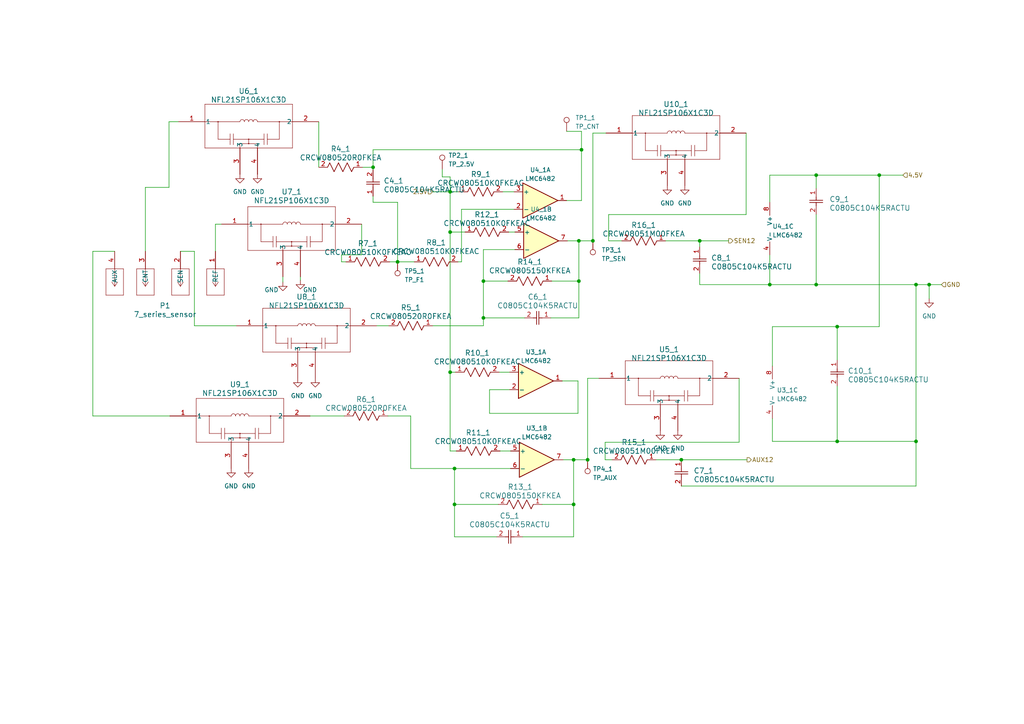
<source format=kicad_sch>
(kicad_sch (version 20230121) (generator eeschema)

  (uuid 75ff24f1-7ca0-4cf7-a651-b2baa2d725d1)

  (paper "A4")

  (lib_symbols
    (symbol "2023-07-19_08-42-50:NFL21SP106X1C3D" (pin_names (offset 0.254)) (in_bom yes) (on_board yes)
      (property "Reference" "U" (at 20.32 10.16 0)
        (effects (font (size 1.524 1.524)))
      )
      (property "Value" "NFL21SP106X1C3D" (at 20.32 7.62 0)
        (effects (font (size 1.524 1.524)))
      )
      (property "Footprint" "GCAP_NFL21SP106X1C3D_MUR" (at 0 0 0)
        (effects (font (size 1.27 1.27) italic) hide)
      )
      (property "Datasheet" "NFL21SP106X1C3D" (at 0 0 0)
        (effects (font (size 1.27 1.27) italic) hide)
      )
      (property "ki_locked" "" (at 0 0 0)
        (effects (font (size 1.27 1.27)))
      )
      (property "ki_keywords" "NFL21SP106X1C3D" (at 0 0 0)
        (effects (font (size 1.27 1.27)) hide)
      )
      (property "ki_fp_filters" "GCAP_NFL21SP106X1C3D_MUR GCAP_NFL21SP106X1C3D_MUR-M GCAP_NFL21SP106X1C3D_MUR-L" (at 0 0 0)
        (effects (font (size 1.27 1.27)) hide)
      )
      (symbol "NFL21SP106X1C3D_0_1"
        (polyline
          (pts
            (xy 7.62 -7.62)
            (xy 33.02 -7.62)
          )
          (stroke (width 0.127) (type default))
          (fill (type none))
        )
        (polyline
          (pts
            (xy 7.62 0)
            (xy 17.78 0)
          )
          (stroke (width 0.127) (type default))
          (fill (type none))
        )
        (polyline
          (pts
            (xy 7.62 5.08)
            (xy 7.62 -7.62)
          )
          (stroke (width 0.127) (type default))
          (fill (type none))
        )
        (polyline
          (pts
            (xy 11.43 -5.08)
            (xy 14.9225 -5.08)
          )
          (stroke (width 0.127) (type default))
          (fill (type none))
        )
        (polyline
          (pts
            (xy 11.43 0)
            (xy 11.43 -5.08)
          )
          (stroke (width 0.127) (type default))
          (fill (type none))
        )
        (polyline
          (pts
            (xy 14.9225 -3.4925)
            (xy 14.9225 -6.6675)
          )
          (stroke (width 0.127) (type default))
          (fill (type none))
        )
        (polyline
          (pts
            (xy 15.875 -6.6675)
            (xy 15.875 -3.4925)
          )
          (stroke (width 0.127) (type default))
          (fill (type none))
        )
        (polyline
          (pts
            (xy 17.78 -6.35)
            (xy 17.78 -7.62)
          )
          (stroke (width 0.127) (type default))
          (fill (type none))
        )
        (polyline
          (pts
            (xy 17.78 -6.35)
            (xy 22.86 -6.35)
          )
          (stroke (width 0.127) (type default))
          (fill (type none))
        )
        (polyline
          (pts
            (xy 20.32 -6.35)
            (xy 20.32 -5.08)
          )
          (stroke (width 0.127) (type default))
          (fill (type none))
        )
        (polyline
          (pts
            (xy 22.86 -6.35)
            (xy 22.86 -7.62)
          )
          (stroke (width 0.127) (type default))
          (fill (type none))
        )
        (polyline
          (pts
            (xy 22.86 0)
            (xy 33.02 0)
          )
          (stroke (width 0.127) (type default))
          (fill (type none))
        )
        (polyline
          (pts
            (xy 24.765 -5.08)
            (xy 15.875 -5.08)
          )
          (stroke (width 0.127) (type default))
          (fill (type none))
        )
        (polyline
          (pts
            (xy 24.765 -3.4925)
            (xy 24.765 -6.6675)
          )
          (stroke (width 0.127) (type default))
          (fill (type none))
        )
        (polyline
          (pts
            (xy 25.7175 -5.08)
            (xy 29.21 -5.08)
          )
          (stroke (width 0.127) (type default))
          (fill (type none))
        )
        (polyline
          (pts
            (xy 25.7175 -3.4925)
            (xy 25.7175 -6.6675)
          )
          (stroke (width 0.127) (type default))
          (fill (type none))
        )
        (polyline
          (pts
            (xy 29.21 0)
            (xy 29.21 -5.08)
          )
          (stroke (width 0.127) (type default))
          (fill (type none))
        )
        (polyline
          (pts
            (xy 33.02 -7.62)
            (xy 33.02 5.08)
          )
          (stroke (width 0.127) (type default))
          (fill (type none))
        )
        (polyline
          (pts
            (xy 33.02 5.08)
            (xy 7.62 5.08)
          )
          (stroke (width 0.127) (type default))
          (fill (type none))
        )
        (circle (center 11.43 0) (radius 0.127)
          (stroke (width 0.127) (type default))
          (fill (type none))
        )
        (arc (start 19.05 0) (mid 18.415 0.6323) (end 17.78 0)
          (stroke (width 0.127) (type default))
          (fill (type none))
        )
        (circle (center 20.32 -6.35) (radius 0.127)
          (stroke (width 0.127) (type default))
          (fill (type none))
        )
        (circle (center 20.32 -5.08) (radius 0.127)
          (stroke (width 0.127) (type default))
          (fill (type none))
        )
        (arc (start 20.32 0) (mid 19.685 0.6323) (end 19.05 0)
          (stroke (width 0.127) (type default))
          (fill (type none))
        )
        (arc (start 21.59 0) (mid 20.955 0.6323) (end 20.32 0)
          (stroke (width 0.127) (type default))
          (fill (type none))
        )
        (arc (start 22.86 0) (mid 22.225 0.6323) (end 21.59 0)
          (stroke (width 0.127) (type default))
          (fill (type none))
        )
        (circle (center 29.21 0) (radius 0.127)
          (stroke (width 0.127) (type default))
          (fill (type none))
        )
        (pin unspecified line (at 0 0 0) (length 7.62)
          (name "1" (effects (font (size 1.27 1.27))))
          (number "1" (effects (font (size 1.27 1.27))))
        )
        (pin unspecified line (at 40.64 0 180) (length 7.62)
          (name "2" (effects (font (size 1.27 1.27))))
          (number "2" (effects (font (size 1.27 1.27))))
        )
        (pin unspecified line (at 17.78 -15.24 90) (length 7.62)
          (name "3" (effects (font (size 1.27 1.27))))
          (number "3" (effects (font (size 1.27 1.27))))
        )
        (pin unspecified line (at 22.86 -15.24 90) (length 7.62)
          (name "4" (effects (font (size 1.27 1.27))))
          (number "4" (effects (font (size 1.27 1.27))))
        )
      )
    )
    (symbol "7_series_sensor:7_series_sensor" (pin_names (offset 0.254)) (in_bom yes) (on_board yes)
      (property "Reference" "J" (at 8.89 6.35 0)
        (effects (font (size 1.524 1.524)))
      )
      (property "Value" "7_series_sensor" (at -2.54 6.35 0)
        (effects (font (size 1.524 1.524)))
      )
      (property "Footprint" "CONN_0331-0-15-15-18-14-10-0_MIM" (at 1.27 -5.08 0)
        (effects (font (size 1.27 1.27) italic) hide)
      )
      (property "Datasheet" "0331-0-15-15-18-14-10-0" (at 1.27 -2.54 0)
        (effects (font (size 1.27 1.27) italic) hide)
      )
      (property "ki_locked" "" (at 0 0 0)
        (effects (font (size 1.27 1.27)))
      )
      (property "ki_keywords" "0331-0-15-15-18-14-10-0" (at 0 0 0)
        (effects (font (size 1.27 1.27)) hide)
      )
      (property "ki_fp_filters" "CONN_0331-0-15-15-18-14-10-0_MIM" (at 0 0 0)
        (effects (font (size 1.27 1.27)) hide)
      )
      (symbol "7_series_sensor_1_1"
        (polyline
          (pts
            (xy -36.83 7.62)
            (xy -31.75 7.62)
          )
          (stroke (width 0.127) (type default))
          (fill (type none))
        )
        (polyline
          (pts
            (xy -36.83 15.24)
            (xy -36.83 7.62)
          )
          (stroke (width 0.127) (type default))
          (fill (type none))
        )
        (polyline
          (pts
            (xy -34.29 10.16)
            (xy -35.1367 11.43)
          )
          (stroke (width 0.127) (type default))
          (fill (type none))
        )
        (polyline
          (pts
            (xy -34.29 10.16)
            (xy -34.29 15.24)
          )
          (stroke (width 0.127) (type default))
          (fill (type none))
        )
        (polyline
          (pts
            (xy -34.29 10.16)
            (xy -33.4433 11.43)
          )
          (stroke (width 0.127) (type default))
          (fill (type none))
        )
        (polyline
          (pts
            (xy -31.75 7.62)
            (xy -31.75 15.24)
          )
          (stroke (width 0.127) (type default))
          (fill (type none))
        )
        (polyline
          (pts
            (xy -31.75 15.24)
            (xy -36.83 15.24)
          )
          (stroke (width 0.127) (type default))
          (fill (type none))
        )
        (polyline
          (pts
            (xy -27.94 7.62)
            (xy -22.86 7.62)
          )
          (stroke (width 0.127) (type default))
          (fill (type none))
        )
        (polyline
          (pts
            (xy -27.94 15.24)
            (xy -27.94 7.62)
          )
          (stroke (width 0.127) (type default))
          (fill (type none))
        )
        (polyline
          (pts
            (xy -25.4 10.16)
            (xy -26.2467 11.43)
          )
          (stroke (width 0.127) (type default))
          (fill (type none))
        )
        (polyline
          (pts
            (xy -25.4 10.16)
            (xy -25.4 15.24)
          )
          (stroke (width 0.127) (type default))
          (fill (type none))
        )
        (polyline
          (pts
            (xy -25.4 10.16)
            (xy -24.5533 11.43)
          )
          (stroke (width 0.127) (type default))
          (fill (type none))
        )
        (polyline
          (pts
            (xy -22.86 7.62)
            (xy -22.86 15.24)
          )
          (stroke (width 0.127) (type default))
          (fill (type none))
        )
        (polyline
          (pts
            (xy -22.86 15.24)
            (xy -27.94 15.24)
          )
          (stroke (width 0.127) (type default))
          (fill (type none))
        )
        (polyline
          (pts
            (xy -17.78 7.62)
            (xy -12.7 7.62)
          )
          (stroke (width 0.127) (type default))
          (fill (type none))
        )
        (polyline
          (pts
            (xy -17.78 15.24)
            (xy -17.78 7.62)
          )
          (stroke (width 0.127) (type default))
          (fill (type none))
        )
        (polyline
          (pts
            (xy -15.24 10.16)
            (xy -16.0867 11.43)
          )
          (stroke (width 0.127) (type default))
          (fill (type none))
        )
        (polyline
          (pts
            (xy -15.24 10.16)
            (xy -15.24 15.24)
          )
          (stroke (width 0.127) (type default))
          (fill (type none))
        )
        (polyline
          (pts
            (xy -15.24 10.16)
            (xy -14.3933 11.43)
          )
          (stroke (width 0.127) (type default))
          (fill (type none))
        )
        (polyline
          (pts
            (xy -12.7 7.62)
            (xy -12.7 15.24)
          )
          (stroke (width 0.127) (type default))
          (fill (type none))
        )
        (polyline
          (pts
            (xy -12.7 15.24)
            (xy -17.78 15.24)
          )
          (stroke (width 0.127) (type default))
          (fill (type none))
        )
        (polyline
          (pts
            (xy -7.62 7.62)
            (xy -2.54 7.62)
          )
          (stroke (width 0.127) (type default))
          (fill (type none))
        )
        (polyline
          (pts
            (xy -7.62 15.24)
            (xy -7.62 7.62)
          )
          (stroke (width 0.127) (type default))
          (fill (type none))
        )
        (polyline
          (pts
            (xy -5.08 10.16)
            (xy -5.9267 11.43)
          )
          (stroke (width 0.127) (type default))
          (fill (type none))
        )
        (polyline
          (pts
            (xy -5.08 10.16)
            (xy -5.08 15.24)
          )
          (stroke (width 0.127) (type default))
          (fill (type none))
        )
        (polyline
          (pts
            (xy -5.08 10.16)
            (xy -4.2333 11.43)
          )
          (stroke (width 0.127) (type default))
          (fill (type none))
        )
        (polyline
          (pts
            (xy -2.54 7.62)
            (xy -2.54 15.24)
          )
          (stroke (width 0.127) (type default))
          (fill (type none))
        )
        (polyline
          (pts
            (xy -2.54 15.24)
            (xy -7.62 15.24)
          )
          (stroke (width 0.127) (type default))
          (fill (type none))
        )
        (pin bidirectional line (at -5.08 20.32 270) (length 5.08)
          (name "REF" (effects (font (size 1.27 1.27))))
          (number "1" (effects (font (size 1.27 1.27))))
        )
        (pin bidirectional line (at -15.24 20.32 270) (length 5.08)
          (name "SEN" (effects (font (size 1.27 1.27))))
          (number "2" (effects (font (size 1.27 1.27))))
        )
        (pin bidirectional line (at -25.4 20.32 270) (length 5.08)
          (name "CNT" (effects (font (size 1.27 1.27))))
          (number "3" (effects (font (size 1.27 1.27))))
        )
        (pin bidirectional line (at -34.29 20.32 270) (length 5.08)
          (name "AUX" (effects (font (size 1.27 1.27))))
          (number "4" (effects (font (size 1.27 1.27))))
        )
      )
      (symbol "7_series_sensor_1_2"
        (polyline
          (pts
            (xy 5.08 -2.54)
            (xy 12.7 -2.54)
          )
          (stroke (width 0.127) (type default))
          (fill (type none))
        )
        (polyline
          (pts
            (xy 5.08 2.54)
            (xy 5.08 -2.54)
          )
          (stroke (width 0.127) (type default))
          (fill (type none))
        )
        (polyline
          (pts
            (xy 7.62 0)
            (xy 5.08 0)
          )
          (stroke (width 0.127) (type default))
          (fill (type none))
        )
        (polyline
          (pts
            (xy 7.62 0)
            (xy 8.89 -0.8467)
          )
          (stroke (width 0.127) (type default))
          (fill (type none))
        )
        (polyline
          (pts
            (xy 7.62 0)
            (xy 8.89 0.8467)
          )
          (stroke (width 0.127) (type default))
          (fill (type none))
        )
        (polyline
          (pts
            (xy 12.7 -2.54)
            (xy 12.7 2.54)
          )
          (stroke (width 0.127) (type default))
          (fill (type none))
        )
        (polyline
          (pts
            (xy 12.7 2.54)
            (xy 5.08 2.54)
          )
          (stroke (width 0.127) (type default))
          (fill (type none))
        )
        (pin unspecified line (at 0 0 0) (length 5.08)
          (name "1" (effects (font (size 1.27 1.27))))
          (number "1" (effects (font (size 1.27 1.27))))
        )
      )
    )
    (symbol "Amplifier_Operational:LMC6482" (pin_names (offset 0.127)) (in_bom yes) (on_board yes)
      (property "Reference" "U" (at 0 5.08 0)
        (effects (font (size 1.27 1.27)) (justify left))
      )
      (property "Value" "LMC6482" (at 0 -5.08 0)
        (effects (font (size 1.27 1.27)) (justify left))
      )
      (property "Footprint" "" (at 0 0 0)
        (effects (font (size 1.27 1.27)) hide)
      )
      (property "Datasheet" "http://www.ti.com/lit/ds/symlink/lmc6482.pdf" (at 0 0 0)
        (effects (font (size 1.27 1.27)) hide)
      )
      (property "ki_locked" "" (at 0 0 0)
        (effects (font (size 1.27 1.27)))
      )
      (property "ki_keywords" "dual opamp" (at 0 0 0)
        (effects (font (size 1.27 1.27)) hide)
      )
      (property "ki_description" "Dual CMOS Rail-to-Rail Input and Output Operational Amplifier, DIP-8/SOIC-8, SSOP-8" (at 0 0 0)
        (effects (font (size 1.27 1.27)) hide)
      )
      (property "ki_fp_filters" "SOIC*3.9x4.9mm*P1.27mm* DIP*W7.62mm* TO*99* OnSemi*Micro8* TSSOP*3x3mm*P0.65mm* TSSOP*4.4x3mm*P0.65mm* MSOP*3x3mm*P0.65mm* SSOP*3.9x4.9mm*P0.635mm* LFCSP*2x2mm*P0.5mm* *SIP* SOIC*5.3x6.2mm*P1.27mm*" (at 0 0 0)
        (effects (font (size 1.27 1.27)) hide)
      )
      (symbol "LMC6482_1_1"
        (polyline
          (pts
            (xy -5.08 5.08)
            (xy 5.08 0)
            (xy -5.08 -5.08)
            (xy -5.08 5.08)
          )
          (stroke (width 0.254) (type default))
          (fill (type background))
        )
        (pin output line (at 7.62 0 180) (length 2.54)
          (name "~" (effects (font (size 1.27 1.27))))
          (number "1" (effects (font (size 1.27 1.27))))
        )
        (pin input line (at -7.62 -2.54 0) (length 2.54)
          (name "-" (effects (font (size 1.27 1.27))))
          (number "2" (effects (font (size 1.27 1.27))))
        )
        (pin input line (at -7.62 2.54 0) (length 2.54)
          (name "+" (effects (font (size 1.27 1.27))))
          (number "3" (effects (font (size 1.27 1.27))))
        )
      )
      (symbol "LMC6482_2_1"
        (polyline
          (pts
            (xy -5.08 5.08)
            (xy 5.08 0)
            (xy -5.08 -5.08)
            (xy -5.08 5.08)
          )
          (stroke (width 0.254) (type default))
          (fill (type background))
        )
        (pin input line (at -7.62 2.54 0) (length 2.54)
          (name "+" (effects (font (size 1.27 1.27))))
          (number "5" (effects (font (size 1.27 1.27))))
        )
        (pin input line (at -7.62 -2.54 0) (length 2.54)
          (name "-" (effects (font (size 1.27 1.27))))
          (number "6" (effects (font (size 1.27 1.27))))
        )
        (pin output line (at 7.62 0 180) (length 2.54)
          (name "~" (effects (font (size 1.27 1.27))))
          (number "7" (effects (font (size 1.27 1.27))))
        )
      )
      (symbol "LMC6482_3_1"
        (pin power_in line (at -2.54 -7.62 90) (length 3.81)
          (name "V-" (effects (font (size 1.27 1.27))))
          (number "4" (effects (font (size 1.27 1.27))))
        )
        (pin power_in line (at -2.54 7.62 270) (length 3.81)
          (name "V+" (effects (font (size 1.27 1.27))))
          (number "8" (effects (font (size 1.27 1.27))))
        )
      )
    )
    (symbol "Connector:TestPoint" (pin_numbers hide) (pin_names (offset 0.762) hide) (in_bom yes) (on_board yes)
      (property "Reference" "TP" (at 0 6.858 0)
        (effects (font (size 1.27 1.27)))
      )
      (property "Value" "TestPoint" (at 0 5.08 0)
        (effects (font (size 1.27 1.27)))
      )
      (property "Footprint" "" (at 5.08 0 0)
        (effects (font (size 1.27 1.27)) hide)
      )
      (property "Datasheet" "~" (at 5.08 0 0)
        (effects (font (size 1.27 1.27)) hide)
      )
      (property "ki_keywords" "test point tp" (at 0 0 0)
        (effects (font (size 1.27 1.27)) hide)
      )
      (property "ki_description" "test point" (at 0 0 0)
        (effects (font (size 1.27 1.27)) hide)
      )
      (property "ki_fp_filters" "Pin* Test*" (at 0 0 0)
        (effects (font (size 1.27 1.27)) hide)
      )
      (symbol "TestPoint_0_1"
        (circle (center 0 3.302) (radius 0.762)
          (stroke (width 0) (type default))
          (fill (type none))
        )
      )
      (symbol "TestPoint_1_1"
        (pin passive line (at 0 0 90) (length 2.54)
          (name "1" (effects (font (size 1.27 1.27))))
          (number "1" (effects (font (size 1.27 1.27))))
        )
      )
    )
    (symbol "Vishay_10k:CRCW080510K0FKEAC" (pin_names (offset 0.254)) (in_bom yes) (on_board yes)
      (property "Reference" "R" (at 5.715 3.81 0)
        (effects (font (size 1.524 1.524)))
      )
      (property "Value" "CRCW080510K0FKEAC" (at 6.35 -3.81 0)
        (effects (font (size 1.524 1.524)))
      )
      (property "Footprint" "RES_CRCW_0805_VIS" (at 0 0 0)
        (effects (font (size 1.27 1.27) italic) hide)
      )
      (property "Datasheet" "CRCW080510K0FKEAC" (at 0 0 0)
        (effects (font (size 1.27 1.27) italic) hide)
      )
      (property "ki_locked" "" (at 0 0 0)
        (effects (font (size 1.27 1.27)))
      )
      (property "ki_keywords" "CRCW080510K0FKEAC" (at 0 0 0)
        (effects (font (size 1.27 1.27)) hide)
      )
      (property "ki_fp_filters" "RES_CRCW_0805_VIS RES_CRCW_0805_VIS-M RES_CRCW_0805_VIS-L" (at 0 0 0)
        (effects (font (size 1.27 1.27)) hide)
      )
      (symbol "CRCW080510K0FKEAC_1_1"
        (polyline
          (pts
            (xy 2.54 0)
            (xy 3.175 1.27)
          )
          (stroke (width 0.2032) (type default))
          (fill (type none))
        )
        (polyline
          (pts
            (xy 3.175 1.27)
            (xy 4.445 -1.27)
          )
          (stroke (width 0.2032) (type default))
          (fill (type none))
        )
        (polyline
          (pts
            (xy 4.445 -1.27)
            (xy 5.715 1.27)
          )
          (stroke (width 0.2032) (type default))
          (fill (type none))
        )
        (polyline
          (pts
            (xy 5.715 1.27)
            (xy 6.985 -1.27)
          )
          (stroke (width 0.2032) (type default))
          (fill (type none))
        )
        (polyline
          (pts
            (xy 6.985 -1.27)
            (xy 8.255 1.27)
          )
          (stroke (width 0.2032) (type default))
          (fill (type none))
        )
        (polyline
          (pts
            (xy 8.255 1.27)
            (xy 9.525 -1.27)
          )
          (stroke (width 0.2032) (type default))
          (fill (type none))
        )
        (polyline
          (pts
            (xy 9.525 -1.27)
            (xy 10.16 0)
          )
          (stroke (width 0.2032) (type default))
          (fill (type none))
        )
        (pin unspecified line (at 0 0 0) (length 2.54)
          (name "" (effects (font (size 1.27 1.27))))
          (number "1" (effects (font (size 1.27 1.27))))
        )
        (pin unspecified line (at 12.7 0 180) (length 2.54)
          (name "" (effects (font (size 1.27 1.27))))
          (number "2" (effects (font (size 1.27 1.27))))
        )
      )
      (symbol "CRCW080510K0FKEAC_1_2"
        (polyline
          (pts
            (xy -1.27 3.175)
            (xy 1.27 4.445)
          )
          (stroke (width 0.2032) (type default))
          (fill (type none))
        )
        (polyline
          (pts
            (xy -1.27 5.715)
            (xy 1.27 6.985)
          )
          (stroke (width 0.2032) (type default))
          (fill (type none))
        )
        (polyline
          (pts
            (xy -1.27 8.255)
            (xy 1.27 9.525)
          )
          (stroke (width 0.2032) (type default))
          (fill (type none))
        )
        (polyline
          (pts
            (xy 0 2.54)
            (xy -1.27 3.175)
          )
          (stroke (width 0.2032) (type default))
          (fill (type none))
        )
        (polyline
          (pts
            (xy 1.27 4.445)
            (xy -1.27 5.715)
          )
          (stroke (width 0.2032) (type default))
          (fill (type none))
        )
        (polyline
          (pts
            (xy 1.27 6.985)
            (xy -1.27 8.255)
          )
          (stroke (width 0.2032) (type default))
          (fill (type none))
        )
        (polyline
          (pts
            (xy 1.27 9.525)
            (xy 0 10.16)
          )
          (stroke (width 0.2032) (type default))
          (fill (type none))
        )
        (pin unspecified line (at 0 12.7 270) (length 2.54)
          (name "" (effects (font (size 1.27 1.27))))
          (number "1" (effects (font (size 1.27 1.27))))
        )
        (pin unspecified line (at 0 0 90) (length 2.54)
          (name "" (effects (font (size 1.27 1.27))))
          (number "2" (effects (font (size 1.27 1.27))))
        )
      )
    )
    (symbol "Vishay_150k:CRCW0805150KFKEA" (pin_names (offset 0.254)) (in_bom yes) (on_board yes)
      (property "Reference" "R" (at 5.715 3.81 0)
        (effects (font (size 1.524 1.524)))
      )
      (property "Value" "CRCW0805150KFKEA" (at 6.35 -3.81 0)
        (effects (font (size 1.524 1.524)))
      )
      (property "Footprint" "RC0805N_VIS" (at 0 0 0)
        (effects (font (size 1.27 1.27) italic) hide)
      )
      (property "Datasheet" "CRCW0805150KFKEA" (at 0 0 0)
        (effects (font (size 1.27 1.27) italic) hide)
      )
      (property "ki_locked" "" (at 0 0 0)
        (effects (font (size 1.27 1.27)))
      )
      (property "ki_keywords" "CRCW0805150KFKEA" (at 0 0 0)
        (effects (font (size 1.27 1.27)) hide)
      )
      (property "ki_fp_filters" "RC0805N_VIS RC0805N_VIS-M RC0805N_VIS-L" (at 0 0 0)
        (effects (font (size 1.27 1.27)) hide)
      )
      (symbol "CRCW0805150KFKEA_1_1"
        (polyline
          (pts
            (xy 2.54 0)
            (xy 3.175 1.27)
          )
          (stroke (width 0.2032) (type default))
          (fill (type none))
        )
        (polyline
          (pts
            (xy 3.175 1.27)
            (xy 4.445 -1.27)
          )
          (stroke (width 0.2032) (type default))
          (fill (type none))
        )
        (polyline
          (pts
            (xy 4.445 -1.27)
            (xy 5.715 1.27)
          )
          (stroke (width 0.2032) (type default))
          (fill (type none))
        )
        (polyline
          (pts
            (xy 5.715 1.27)
            (xy 6.985 -1.27)
          )
          (stroke (width 0.2032) (type default))
          (fill (type none))
        )
        (polyline
          (pts
            (xy 6.985 -1.27)
            (xy 8.255 1.27)
          )
          (stroke (width 0.2032) (type default))
          (fill (type none))
        )
        (polyline
          (pts
            (xy 8.255 1.27)
            (xy 9.525 -1.27)
          )
          (stroke (width 0.2032) (type default))
          (fill (type none))
        )
        (polyline
          (pts
            (xy 9.525 -1.27)
            (xy 10.16 0)
          )
          (stroke (width 0.2032) (type default))
          (fill (type none))
        )
        (pin unspecified line (at 12.7 0 180) (length 2.54)
          (name "" (effects (font (size 1.27 1.27))))
          (number "1" (effects (font (size 1.27 1.27))))
        )
        (pin unspecified line (at 0 0 0) (length 2.54)
          (name "" (effects (font (size 1.27 1.27))))
          (number "2" (effects (font (size 1.27 1.27))))
        )
      )
      (symbol "CRCW0805150KFKEA_1_2"
        (polyline
          (pts
            (xy -1.27 3.175)
            (xy 1.27 4.445)
          )
          (stroke (width 0.2032) (type default))
          (fill (type none))
        )
        (polyline
          (pts
            (xy -1.27 5.715)
            (xy 1.27 6.985)
          )
          (stroke (width 0.2032) (type default))
          (fill (type none))
        )
        (polyline
          (pts
            (xy -1.27 8.255)
            (xy 1.27 9.525)
          )
          (stroke (width 0.2032) (type default))
          (fill (type none))
        )
        (polyline
          (pts
            (xy 0 2.54)
            (xy -1.27 3.175)
          )
          (stroke (width 0.2032) (type default))
          (fill (type none))
        )
        (polyline
          (pts
            (xy 1.27 4.445)
            (xy -1.27 5.715)
          )
          (stroke (width 0.2032) (type default))
          (fill (type none))
        )
        (polyline
          (pts
            (xy 1.27 6.985)
            (xy -1.27 8.255)
          )
          (stroke (width 0.2032) (type default))
          (fill (type none))
        )
        (polyline
          (pts
            (xy 1.27 9.525)
            (xy 0 10.16)
          )
          (stroke (width 0.2032) (type default))
          (fill (type none))
        )
        (pin unspecified line (at 0 12.7 270) (length 2.54)
          (name "" (effects (font (size 1.27 1.27))))
          (number "1" (effects (font (size 1.27 1.27))))
        )
        (pin unspecified line (at 0 0 90) (length 2.54)
          (name "" (effects (font (size 1.27 1.27))))
          (number "2" (effects (font (size 1.27 1.27))))
        )
      )
    )
    (symbol "Vishay_1M:CRCW08051M00FKEA" (pin_names (offset 0.254)) (in_bom yes) (on_board yes)
      (property "Reference" "R" (at 5.715 3.81 0)
        (effects (font (size 1.524 1.524)))
      )
      (property "Value" "CRCW08051M00FKEA" (at 6.35 -3.81 0)
        (effects (font (size 1.524 1.524)))
      )
      (property "Footprint" "RES_CRCW_0805" (at 0 0 0)
        (effects (font (size 1.27 1.27) italic) hide)
      )
      (property "Datasheet" "CRCW08051M00FKEA" (at 0 0 0)
        (effects (font (size 1.27 1.27) italic) hide)
      )
      (property "ki_locked" "" (at 0 0 0)
        (effects (font (size 1.27 1.27)))
      )
      (property "ki_keywords" "CRCW08051M00FKEA" (at 0 0 0)
        (effects (font (size 1.27 1.27)) hide)
      )
      (property "ki_fp_filters" "RES_CRCW_0805 RES_CRCW_0805-M RES_CRCW_0805-L" (at 0 0 0)
        (effects (font (size 1.27 1.27)) hide)
      )
      (symbol "CRCW08051M00FKEA_1_1"
        (polyline
          (pts
            (xy 2.54 0)
            (xy 3.175 1.27)
          )
          (stroke (width 0.2032) (type default))
          (fill (type none))
        )
        (polyline
          (pts
            (xy 3.175 1.27)
            (xy 4.445 -1.27)
          )
          (stroke (width 0.2032) (type default))
          (fill (type none))
        )
        (polyline
          (pts
            (xy 4.445 -1.27)
            (xy 5.715 1.27)
          )
          (stroke (width 0.2032) (type default))
          (fill (type none))
        )
        (polyline
          (pts
            (xy 5.715 1.27)
            (xy 6.985 -1.27)
          )
          (stroke (width 0.2032) (type default))
          (fill (type none))
        )
        (polyline
          (pts
            (xy 6.985 -1.27)
            (xy 8.255 1.27)
          )
          (stroke (width 0.2032) (type default))
          (fill (type none))
        )
        (polyline
          (pts
            (xy 8.255 1.27)
            (xy 9.525 -1.27)
          )
          (stroke (width 0.2032) (type default))
          (fill (type none))
        )
        (polyline
          (pts
            (xy 9.525 -1.27)
            (xy 10.16 0)
          )
          (stroke (width 0.2032) (type default))
          (fill (type none))
        )
        (pin unspecified line (at 12.7 0 180) (length 2.54)
          (name "" (effects (font (size 1.27 1.27))))
          (number "1" (effects (font (size 1.27 1.27))))
        )
        (pin unspecified line (at 0 0 0) (length 2.54)
          (name "" (effects (font (size 1.27 1.27))))
          (number "2" (effects (font (size 1.27 1.27))))
        )
      )
      (symbol "CRCW08051M00FKEA_1_2"
        (polyline
          (pts
            (xy -1.27 3.175)
            (xy 1.27 4.445)
          )
          (stroke (width 0.2032) (type default))
          (fill (type none))
        )
        (polyline
          (pts
            (xy -1.27 5.715)
            (xy 1.27 6.985)
          )
          (stroke (width 0.2032) (type default))
          (fill (type none))
        )
        (polyline
          (pts
            (xy -1.27 8.255)
            (xy 1.27 9.525)
          )
          (stroke (width 0.2032) (type default))
          (fill (type none))
        )
        (polyline
          (pts
            (xy 0 2.54)
            (xy -1.27 3.175)
          )
          (stroke (width 0.2032) (type default))
          (fill (type none))
        )
        (polyline
          (pts
            (xy 1.27 4.445)
            (xy -1.27 5.715)
          )
          (stroke (width 0.2032) (type default))
          (fill (type none))
        )
        (polyline
          (pts
            (xy 1.27 6.985)
            (xy -1.27 8.255)
          )
          (stroke (width 0.2032) (type default))
          (fill (type none))
        )
        (polyline
          (pts
            (xy 1.27 9.525)
            (xy 0 10.16)
          )
          (stroke (width 0.2032) (type default))
          (fill (type none))
        )
        (pin unspecified line (at 0 12.7 270) (length 2.54)
          (name "" (effects (font (size 1.27 1.27))))
          (number "1" (effects (font (size 1.27 1.27))))
        )
        (pin unspecified line (at 0 0 90) (length 2.54)
          (name "" (effects (font (size 1.27 1.27))))
          (number "2" (effects (font (size 1.27 1.27))))
        )
      )
    )
    (symbol "Vishay_20R:CRCW080520R0FKEA" (pin_names (offset 0.254)) (in_bom yes) (on_board yes)
      (property "Reference" "R" (at 5.715 3.81 0)
        (effects (font (size 1.524 1.524)))
      )
      (property "Value" "CRCW080520R0FKEA" (at 6.35 -3.81 0)
        (effects (font (size 1.524 1.524)))
      )
      (property "Footprint" "RC0805N_VIS" (at 0 0 0)
        (effects (font (size 1.27 1.27) italic) hide)
      )
      (property "Datasheet" "CRCW080520R0FKEA" (at 0 0 0)
        (effects (font (size 1.27 1.27) italic) hide)
      )
      (property "ki_locked" "" (at 0 0 0)
        (effects (font (size 1.27 1.27)))
      )
      (property "ki_keywords" "CRCW080520R0FKEA" (at 0 0 0)
        (effects (font (size 1.27 1.27)) hide)
      )
      (property "ki_fp_filters" "RC0805N_VIS RC0805N_VIS-M RC0805N_VIS-L" (at 0 0 0)
        (effects (font (size 1.27 1.27)) hide)
      )
      (symbol "CRCW080520R0FKEA_1_1"
        (polyline
          (pts
            (xy 2.54 0)
            (xy 3.175 1.27)
          )
          (stroke (width 0.2032) (type default))
          (fill (type none))
        )
        (polyline
          (pts
            (xy 3.175 1.27)
            (xy 4.445 -1.27)
          )
          (stroke (width 0.2032) (type default))
          (fill (type none))
        )
        (polyline
          (pts
            (xy 4.445 -1.27)
            (xy 5.715 1.27)
          )
          (stroke (width 0.2032) (type default))
          (fill (type none))
        )
        (polyline
          (pts
            (xy 5.715 1.27)
            (xy 6.985 -1.27)
          )
          (stroke (width 0.2032) (type default))
          (fill (type none))
        )
        (polyline
          (pts
            (xy 6.985 -1.27)
            (xy 8.255 1.27)
          )
          (stroke (width 0.2032) (type default))
          (fill (type none))
        )
        (polyline
          (pts
            (xy 8.255 1.27)
            (xy 9.525 -1.27)
          )
          (stroke (width 0.2032) (type default))
          (fill (type none))
        )
        (polyline
          (pts
            (xy 9.525 -1.27)
            (xy 10.16 0)
          )
          (stroke (width 0.2032) (type default))
          (fill (type none))
        )
        (pin unspecified line (at 12.7 0 180) (length 2.54)
          (name "" (effects (font (size 1.27 1.27))))
          (number "1" (effects (font (size 1.27 1.27))))
        )
        (pin unspecified line (at 0 0 0) (length 2.54)
          (name "" (effects (font (size 1.27 1.27))))
          (number "2" (effects (font (size 1.27 1.27))))
        )
      )
      (symbol "CRCW080520R0FKEA_1_2"
        (polyline
          (pts
            (xy -1.27 3.175)
            (xy 1.27 4.445)
          )
          (stroke (width 0.2032) (type default))
          (fill (type none))
        )
        (polyline
          (pts
            (xy -1.27 5.715)
            (xy 1.27 6.985)
          )
          (stroke (width 0.2032) (type default))
          (fill (type none))
        )
        (polyline
          (pts
            (xy -1.27 8.255)
            (xy 1.27 9.525)
          )
          (stroke (width 0.2032) (type default))
          (fill (type none))
        )
        (polyline
          (pts
            (xy 0 2.54)
            (xy -1.27 3.175)
          )
          (stroke (width 0.2032) (type default))
          (fill (type none))
        )
        (polyline
          (pts
            (xy 1.27 4.445)
            (xy -1.27 5.715)
          )
          (stroke (width 0.2032) (type default))
          (fill (type none))
        )
        (polyline
          (pts
            (xy 1.27 6.985)
            (xy -1.27 8.255)
          )
          (stroke (width 0.2032) (type default))
          (fill (type none))
        )
        (polyline
          (pts
            (xy 1.27 9.525)
            (xy 0 10.16)
          )
          (stroke (width 0.2032) (type default))
          (fill (type none))
        )
        (pin unspecified line (at 0 12.7 270) (length 2.54)
          (name "" (effects (font (size 1.27 1.27))))
          (number "1" (effects (font (size 1.27 1.27))))
        )
        (pin unspecified line (at 0 0 90) (length 2.54)
          (name "" (effects (font (size 1.27 1.27))))
          (number "2" (effects (font (size 1.27 1.27))))
        )
      )
    )
    (symbol "kemet_0.1uf:C0805C104K5RACTU" (pin_names (offset 0.254)) (in_bom yes) (on_board yes)
      (property "Reference" "C" (at 3.81 3.81 0)
        (effects (font (size 1.524 1.524)))
      )
      (property "Value" "C0805C104K5RACTU" (at 3.81 -3.81 0)
        (effects (font (size 1.524 1.524)))
      )
      (property "Footprint" "CAPC220145_88N_KEM" (at 0 0 0)
        (effects (font (size 1.27 1.27) italic) hide)
      )
      (property "Datasheet" "C0805C104K5RACTU" (at 0 0 0)
        (effects (font (size 1.27 1.27) italic) hide)
      )
      (property "ki_locked" "" (at 0 0 0)
        (effects (font (size 1.27 1.27)))
      )
      (property "ki_keywords" "C0805C104K5RACTU" (at 0 0 0)
        (effects (font (size 1.27 1.27)) hide)
      )
      (property "ki_fp_filters" "CAPC220145_88N_KEM CAPC220145_88N_KEM-M CAPC220145_88N_KEM-L" (at 0 0 0)
        (effects (font (size 1.27 1.27)) hide)
      )
      (symbol "C0805C104K5RACTU_1_1"
        (polyline
          (pts
            (xy 2.54 0)
            (xy 3.4798 0)
          )
          (stroke (width 0.2032) (type default))
          (fill (type none))
        )
        (polyline
          (pts
            (xy 3.4798 -1.905)
            (xy 3.4798 1.905)
          )
          (stroke (width 0.2032) (type default))
          (fill (type none))
        )
        (polyline
          (pts
            (xy 4.1148 -1.905)
            (xy 4.1148 1.905)
          )
          (stroke (width 0.2032) (type default))
          (fill (type none))
        )
        (polyline
          (pts
            (xy 4.1148 0)
            (xy 5.08 0)
          )
          (stroke (width 0.2032) (type default))
          (fill (type none))
        )
        (pin unspecified line (at 0 0 0) (length 2.54)
          (name "" (effects (font (size 1.27 1.27))))
          (number "1" (effects (font (size 1.27 1.27))))
        )
        (pin unspecified line (at 7.62 0 180) (length 2.54)
          (name "" (effects (font (size 1.27 1.27))))
          (number "2" (effects (font (size 1.27 1.27))))
        )
      )
      (symbol "C0805C104K5RACTU_1_2"
        (polyline
          (pts
            (xy -1.905 -4.1148)
            (xy 1.905 -4.1148)
          )
          (stroke (width 0.2032) (type default))
          (fill (type none))
        )
        (polyline
          (pts
            (xy -1.905 -3.4798)
            (xy 1.905 -3.4798)
          )
          (stroke (width 0.2032) (type default))
          (fill (type none))
        )
        (polyline
          (pts
            (xy 0 -4.1148)
            (xy 0 -5.08)
          )
          (stroke (width 0.2032) (type default))
          (fill (type none))
        )
        (polyline
          (pts
            (xy 0 -2.54)
            (xy 0 -3.4798)
          )
          (stroke (width 0.2032) (type default))
          (fill (type none))
        )
        (pin unspecified line (at 0 0 270) (length 2.54)
          (name "" (effects (font (size 1.27 1.27))))
          (number "1" (effects (font (size 1.27 1.27))))
        )
        (pin unspecified line (at 0 -7.62 90) (length 2.54)
          (name "" (effects (font (size 1.27 1.27))))
          (number "2" (effects (font (size 1.27 1.27))))
        )
      )
    )
    (symbol "power:GND" (power) (pin_names (offset 0)) (in_bom yes) (on_board yes)
      (property "Reference" "#PWR" (at 0 -6.35 0)
        (effects (font (size 1.27 1.27)) hide)
      )
      (property "Value" "GND" (at 0 -3.81 0)
        (effects (font (size 1.27 1.27)))
      )
      (property "Footprint" "" (at 0 0 0)
        (effects (font (size 1.27 1.27)) hide)
      )
      (property "Datasheet" "" (at 0 0 0)
        (effects (font (size 1.27 1.27)) hide)
      )
      (property "ki_keywords" "global power" (at 0 0 0)
        (effects (font (size 1.27 1.27)) hide)
      )
      (property "ki_description" "Power symbol creates a global label with name \"GND\" , ground" (at 0 0 0)
        (effects (font (size 1.27 1.27)) hide)
      )
      (symbol "GND_0_1"
        (polyline
          (pts
            (xy 0 0)
            (xy 0 -1.27)
            (xy 1.27 -1.27)
            (xy 0 -2.54)
            (xy -1.27 -1.27)
            (xy 0 -1.27)
          )
          (stroke (width 0) (type default))
          (fill (type none))
        )
      )
      (symbol "GND_1_1"
        (pin power_in line (at 0 0 270) (length 0) hide
          (name "GND" (effects (font (size 1.27 1.27))))
          (number "1" (effects (font (size 1.27 1.27))))
        )
      )
    )
  )

  (junction (at 130.556 107.95) (diameter 0) (color 0 0 0 0)
    (uuid 0a5bd2ec-3235-4bd0-bd23-010810d405ad)
  )
  (junction (at 236.728 82.55) (diameter 0) (color 0 0 0 0)
    (uuid 1a35ef5c-b0c0-4d9c-91a7-c5e7267a8db2)
  )
  (junction (at 166.37 133.35) (diameter 0) (color 0 0 0 0)
    (uuid 1d03af88-391f-43d5-8071-cfd74e2b2bea)
  )
  (junction (at 197.612 133.35) (diameter 0) (color 0 0 0 0)
    (uuid 3801b2f4-0960-4f05-b08f-a4b9e8b994aa)
  )
  (junction (at 166.37 146.304) (diameter 0) (color 0 0 0 0)
    (uuid 3e49b67b-e211-4ce1-9a07-4cddd4f80579)
  )
  (junction (at 168.656 43.434) (diameter 0) (color 0 0 0 0)
    (uuid 59dd8ea2-75c5-44d4-85d7-b3add1cf3189)
  )
  (junction (at 269.494 82.55) (diameter 0) (color 0 0 0 0)
    (uuid 65f40356-42c6-4b14-b652-d3d98857b4d1)
  )
  (junction (at 108.204 48.514) (diameter 0) (color 0 0 0 0)
    (uuid 71697331-7b75-4c09-b082-1357da5f8168)
  )
  (junction (at 223.266 82.55) (diameter 0) (color 0 0 0 0)
    (uuid 72e27845-11d3-47a0-a687-4801366d2b9a)
  )
  (junction (at 242.824 94.742) (diameter 0) (color 0 0 0 0)
    (uuid 88760554-394c-438e-856e-f322d4e02df5)
  )
  (junction (at 255.016 50.8) (diameter 0) (color 0 0 0 0)
    (uuid 8a77549a-19cd-48f4-906b-9d128eee8e26)
  )
  (junction (at 140.208 92.202) (diameter 0) (color 0 0 0 0)
    (uuid 92620cdb-aa31-4f16-9db9-9cc8adb761bc)
  )
  (junction (at 236.728 50.8) (diameter 0) (color 0 0 0 0)
    (uuid 9503e3dd-3e5d-4b3d-a583-5c80b11c5b1c)
  )
  (junction (at 130.556 55.626) (diameter 0) (color 0 0 0 0)
    (uuid 982d6641-e10c-4ec1-98a9-f7cea93c7cbd)
  )
  (junction (at 171.958 69.85) (diameter 0) (color 0 0 0 0)
    (uuid a587257d-e7c1-4d47-bce9-be356bdf8e7f)
  )
  (junction (at 140.208 81.534) (diameter 0) (color 0 0 0 0)
    (uuid a5fe83fc-5f58-462d-b647-7e58021ba42a)
  )
  (junction (at 130.556 67.31) (diameter 0) (color 0 0 0 0)
    (uuid aa5f05e0-f216-484e-9703-f0dc4799f102)
  )
  (junction (at 131.826 135.89) (diameter 0) (color 0 0 0 0)
    (uuid afce6b6c-506d-41b6-a455-0bf24e4b1652)
  )
  (junction (at 202.946 69.85) (diameter 0) (color 0 0 0 0)
    (uuid c8989d60-f3ab-4367-be63-9eb1795b0055)
  )
  (junction (at 170.434 133.35) (diameter 0) (color 0 0 0 0)
    (uuid cca30d42-2e1d-48c4-bf08-b4ebf46b26fe)
  )
  (junction (at 265.684 82.55) (diameter 0) (color 0 0 0 0)
    (uuid db539b4f-3c30-4b85-8ba5-618706ea0f5b)
  )
  (junction (at 167.894 81.534) (diameter 0) (color 0 0 0 0)
    (uuid df6b94e8-93df-4058-9e10-0365ce69cff6)
  )
  (junction (at 115.316 75.946) (diameter 0) (color 0 0 0 0)
    (uuid ebf9ec43-df0c-49fb-9418-582f6ddbc3b9)
  )
  (junction (at 265.684 128.016) (diameter 0) (color 0 0 0 0)
    (uuid ee7ffae0-44d9-4b8e-b740-0368af466dcc)
  )
  (junction (at 242.824 128.016) (diameter 0) (color 0 0 0 0)
    (uuid f07da997-526d-446b-bea9-b002828179b1)
  )
  (junction (at 131.826 146.304) (diameter 0) (color 0 0 0 0)
    (uuid f680f8a5-3435-47b7-a3d0-1312a95a165f)
  )
  (junction (at 167.894 69.85) (diameter 0) (color 0 0 0 0)
    (uuid f7886a03-ba76-40f0-bde8-2efd926afff3)
  )

  (wire (pts (xy 166.37 133.35) (xy 166.37 146.304))
    (stroke (width 0) (type default))
    (uuid 00669000-f669-40fe-a20d-50f96133bf7c)
  )
  (wire (pts (xy 104.902 73.914) (xy 99.06 73.914))
    (stroke (width 0) (type default))
    (uuid 009c9ccd-d021-4d62-85eb-19d02f0cfa60)
  )
  (wire (pts (xy 144.78 107.95) (xy 147.828 107.95))
    (stroke (width 0) (type default))
    (uuid 04556f0b-0e40-4f2b-9a64-7c7ac0c8a0b6)
  )
  (wire (pts (xy 164.338 38.1) (xy 168.656 38.1))
    (stroke (width 0) (type default))
    (uuid 07b79e29-6946-4919-82d8-e7d3f3581d0f)
  )
  (wire (pts (xy 145.034 130.81) (xy 148.082 130.81))
    (stroke (width 0) (type default))
    (uuid 0928ac4d-baeb-4232-948d-f26a2551d026)
  )
  (wire (pts (xy 151.638 155.702) (xy 166.37 155.702))
    (stroke (width 0) (type default))
    (uuid 0a24c0ff-47a0-42fd-a6d6-a46f75559d62)
  )
  (wire (pts (xy 128.27 49.022) (xy 128.27 51.308))
    (stroke (width 0) (type default))
    (uuid 0b1d3ee1-9e9f-432b-9f90-2df304c65e37)
  )
  (wire (pts (xy 132.08 107.95) (xy 130.556 107.95))
    (stroke (width 0) (type default))
    (uuid 0dbbcb06-9e17-451d-9aef-858e960072de)
  )
  (wire (pts (xy 202.946 79.248) (xy 202.946 82.55))
    (stroke (width 0) (type default))
    (uuid 0f56b66c-a314-4ae3-9e24-af910114aee3)
  )
  (wire (pts (xy 160.02 81.534) (xy 167.894 81.534))
    (stroke (width 0) (type default))
    (uuid 0fa29795-7eb5-4a9e-84f9-3db3f94a4803)
  )
  (wire (pts (xy 166.37 133.35) (xy 170.434 133.35))
    (stroke (width 0) (type default))
    (uuid 1500fb00-d797-4034-963a-decc68826e80)
  )
  (wire (pts (xy 202.946 69.85) (xy 202.946 71.628))
    (stroke (width 0) (type default))
    (uuid 1646caf4-77f8-4f51-b28d-61d6abc8a3e0)
  )
  (wire (pts (xy 167.894 69.85) (xy 167.894 81.534))
    (stroke (width 0) (type default))
    (uuid 1763d430-2702-41c9-b68d-912c699f02bb)
  )
  (wire (pts (xy 125.476 55.626) (xy 130.556 55.626))
    (stroke (width 0) (type default))
    (uuid 1b7648f5-bac3-44c4-8cfa-2d53e752f93f)
  )
  (wire (pts (xy 223.266 50.8) (xy 223.266 58.674))
    (stroke (width 0) (type default))
    (uuid 1e49b0fd-65b8-4101-a228-9591ce6cd69d)
  )
  (wire (pts (xy 133.858 60.706) (xy 133.858 75.946))
    (stroke (width 0) (type default))
    (uuid 22549884-ed5f-4296-93ee-8a1ed9e0ed26)
  )
  (wire (pts (xy 224.028 121.412) (xy 224.028 128.016))
    (stroke (width 0) (type default))
    (uuid 232468a1-fde1-4d66-a548-6c6a74664d14)
  )
  (wire (pts (xy 56.388 72.898) (xy 56.388 94.488))
    (stroke (width 0) (type default))
    (uuid 2563f9ca-026c-4b6f-9594-b074b142f994)
  )
  (wire (pts (xy 26.924 72.898) (xy 26.924 120.65))
    (stroke (width 0) (type default))
    (uuid 28623ef7-247b-40fb-8bdc-43f409c0cc8b)
  )
  (wire (pts (xy 104.902 65.024) (xy 104.902 73.914))
    (stroke (width 0) (type default))
    (uuid 28e02b3e-1aba-47ad-97f9-3fd9a9250443)
  )
  (wire (pts (xy 140.208 92.202) (xy 152.146 92.202))
    (stroke (width 0) (type default))
    (uuid 2aed4ba8-02a4-487c-a19e-b46c5738622f)
  )
  (wire (pts (xy 140.208 92.202) (xy 140.208 94.488))
    (stroke (width 0) (type default))
    (uuid 2b605494-e91e-4d1e-af3f-10f4ed91388c)
  )
  (wire (pts (xy 175.514 133.35) (xy 177.546 133.35))
    (stroke (width 0) (type default))
    (uuid 2ce8a620-b154-472e-9c9c-fbff9ef07ef5)
  )
  (wire (pts (xy 171.958 38.608) (xy 171.958 69.85))
    (stroke (width 0) (type default))
    (uuid 2ce978bb-286b-4c17-9455-d11ae1711d1f)
  )
  (wire (pts (xy 42.164 54.356) (xy 49.022 54.356))
    (stroke (width 0) (type default))
    (uuid 2e1b79a1-cd2f-423f-a690-99367d2d8210)
  )
  (wire (pts (xy 242.824 128.016) (xy 265.684 128.016))
    (stroke (width 0) (type default))
    (uuid 2fd894e7-0851-4788-875e-c76c244e392f)
  )
  (wire (pts (xy 236.728 50.8) (xy 236.728 54.61))
    (stroke (width 0) (type default))
    (uuid 313cdd4b-0ca5-4df7-80cf-321a5ecb1dfb)
  )
  (wire (pts (xy 52.324 72.898) (xy 56.388 72.898))
    (stroke (width 0) (type default))
    (uuid 33937181-6268-4019-bfb1-b0433d0393ca)
  )
  (wire (pts (xy 168.656 58.166) (xy 168.656 43.434))
    (stroke (width 0) (type default))
    (uuid 357605d6-ca55-44b8-8530-c0c207e2b74b)
  )
  (wire (pts (xy 214.376 109.728) (xy 214.376 128.27))
    (stroke (width 0) (type default))
    (uuid 390db680-c775-4c00-8709-8c4d31e7d1cb)
  )
  (wire (pts (xy 108.204 56.896) (xy 108.204 58.674))
    (stroke (width 0) (type default))
    (uuid 3c5522a9-6b83-4966-b912-2a6fd7d55a92)
  )
  (wire (pts (xy 261.874 50.8) (xy 255.016 50.8))
    (stroke (width 0) (type default))
    (uuid 3d9a270b-db85-4384-9755-460175637b12)
  )
  (wire (pts (xy 131.826 146.304) (xy 131.826 155.702))
    (stroke (width 0) (type default))
    (uuid 3e9e7c8c-b8bb-449f-add1-ccc181756128)
  )
  (wire (pts (xy 269.494 86.614) (xy 269.494 82.55))
    (stroke (width 0) (type default))
    (uuid 3f403ef0-daca-447a-9d69-51158289c3ba)
  )
  (wire (pts (xy 145.796 55.626) (xy 149.098 55.626))
    (stroke (width 0) (type default))
    (uuid 42fb7937-5faf-4d05-bdbc-b6a97a5e8eb8)
  )
  (wire (pts (xy 265.684 140.97) (xy 265.684 128.016))
    (stroke (width 0) (type default))
    (uuid 43a0f2ef-21dd-41c7-8382-40abc53de406)
  )
  (wire (pts (xy 119.126 120.65) (xy 119.126 135.89))
    (stroke (width 0) (type default))
    (uuid 480fccf1-fb22-413e-8051-ab1ddb3e2302)
  )
  (wire (pts (xy 115.316 58.674) (xy 115.316 75.946))
    (stroke (width 0) (type default))
    (uuid 48f440f8-35ad-46ba-9d6a-f305a7116bff)
  )
  (wire (pts (xy 42.164 72.898) (xy 42.164 54.356))
    (stroke (width 0) (type default))
    (uuid 49035aa3-12ae-4af1-b41e-212cea3119c0)
  )
  (wire (pts (xy 224.028 128.016) (xy 242.824 128.016))
    (stroke (width 0) (type default))
    (uuid 4e0998ec-4404-4995-a164-cb0a05c50088)
  )
  (wire (pts (xy 105.156 48.514) (xy 108.204 48.514))
    (stroke (width 0) (type default))
    (uuid 4f4631fc-e58b-4560-86b3-4e5911290404)
  )
  (wire (pts (xy 265.684 82.55) (xy 269.494 82.55))
    (stroke (width 0) (type default))
    (uuid 4fb61505-79f7-41ce-9c39-c7ec223f16e7)
  )
  (wire (pts (xy 108.204 49.276) (xy 108.204 48.514))
    (stroke (width 0) (type default))
    (uuid 4ff89e6b-0bfe-4cfa-a526-2d3ea13a7872)
  )
  (wire (pts (xy 56.388 94.488) (xy 68.58 94.488))
    (stroke (width 0) (type default))
    (uuid 513deba2-d42a-4ad5-b130-358be9107793)
  )
  (wire (pts (xy 141.986 119.888) (xy 141.986 113.03))
    (stroke (width 0) (type default))
    (uuid 52a0fd6e-5239-4ecf-b9d3-fe557a224467)
  )
  (wire (pts (xy 149.098 60.706) (xy 133.858 60.706))
    (stroke (width 0) (type default))
    (uuid 53bc84ad-f142-41c7-bb1f-679575c8e24f)
  )
  (wire (pts (xy 99.06 75.946) (xy 100.33 75.946))
    (stroke (width 0) (type default))
    (uuid 56fd1ae5-0858-420b-8ee1-26fc5147e76f)
  )
  (wire (pts (xy 115.316 75.946) (xy 120.142 75.946))
    (stroke (width 0) (type default))
    (uuid 57b397d8-28f9-4bd1-83da-a338611249c6)
  )
  (wire (pts (xy 223.266 82.55) (xy 223.266 73.914))
    (stroke (width 0) (type default))
    (uuid 5892cd33-9afc-4244-a5d9-5896d05adb44)
  )
  (wire (pts (xy 176.53 62.23) (xy 176.53 69.85))
    (stroke (width 0) (type default))
    (uuid 58bdf115-1c93-4fb1-9448-920aa771c808)
  )
  (wire (pts (xy 140.208 81.534) (xy 140.208 92.202))
    (stroke (width 0) (type default))
    (uuid 5b8fd745-76bf-4626-9558-a69eea27021a)
  )
  (wire (pts (xy 255.016 50.8) (xy 236.728 50.8))
    (stroke (width 0) (type default))
    (uuid 5bc4113a-e322-471e-a0f1-1b86c335fae8)
  )
  (wire (pts (xy 193.04 69.85) (xy 202.946 69.85))
    (stroke (width 0) (type default))
    (uuid 5d47e9f6-13df-4962-a408-b82be17e35b9)
  )
  (wire (pts (xy 242.824 112.014) (xy 242.824 128.016))
    (stroke (width 0) (type default))
    (uuid 6847cd18-7a6a-4d49-ba0a-a545bce13b6c)
  )
  (wire (pts (xy 167.64 110.49) (xy 167.64 119.888))
    (stroke (width 0) (type default))
    (uuid 69763357-3400-4dae-ab9c-31528f8212c9)
  )
  (wire (pts (xy 167.894 69.85) (xy 164.592 69.85))
    (stroke (width 0) (type default))
    (uuid 699badf9-ec59-4238-a1d8-7afcbe634a0c)
  )
  (wire (pts (xy 26.924 72.898) (xy 33.274 72.898))
    (stroke (width 0) (type default))
    (uuid 6c179d59-3fee-4239-be03-b045b8ff4ec7)
  )
  (wire (pts (xy 176.53 69.85) (xy 180.34 69.85))
    (stroke (width 0) (type default))
    (uuid 6c61f2df-a5ea-4e8e-a649-278771ba047c)
  )
  (wire (pts (xy 216.408 38.608) (xy 216.408 62.23))
    (stroke (width 0) (type default))
    (uuid 6d68789e-36d5-4f26-b51e-818ecdfcf58d)
  )
  (wire (pts (xy 49.022 35.306) (xy 49.022 54.356))
    (stroke (width 0) (type default))
    (uuid 6d68ebad-f04d-4440-9fe3-6b3fa2759cc6)
  )
  (wire (pts (xy 131.826 135.89) (xy 131.826 146.304))
    (stroke (width 0) (type default))
    (uuid 6d839120-32f8-4c26-b0a8-6bfc67c8ebe1)
  )
  (wire (pts (xy 236.728 82.55) (xy 265.684 82.55))
    (stroke (width 0) (type default))
    (uuid 6fe90809-6dbc-4559-9ddc-786e628ba898)
  )
  (wire (pts (xy 236.728 62.23) (xy 236.728 82.55))
    (stroke (width 0) (type default))
    (uuid 707c5370-0d33-484a-ad62-c9231296e87e)
  )
  (wire (pts (xy 134.874 67.31) (xy 130.556 67.31))
    (stroke (width 0) (type default))
    (uuid 70b0eef9-9886-4796-a7a0-5b51635adbb7)
  )
  (wire (pts (xy 211.328 69.85) (xy 202.946 69.85))
    (stroke (width 0) (type default))
    (uuid 724fb7a9-f0b4-4726-91c4-d48e98b4c84e)
  )
  (wire (pts (xy 26.924 120.65) (xy 49.276 120.65))
    (stroke (width 0) (type default))
    (uuid 72d5e5ef-e4d0-4f67-a1fd-0f92da457fee)
  )
  (wire (pts (xy 224.028 94.742) (xy 242.824 94.742))
    (stroke (width 0) (type default))
    (uuid 7648f9bc-25b6-47ee-b28a-760eeae14318)
  )
  (wire (pts (xy 171.958 69.85) (xy 167.894 69.85))
    (stroke (width 0) (type default))
    (uuid 76be4be9-a49a-45e2-9a7d-bb0bf5747930)
  )
  (wire (pts (xy 163.068 110.49) (xy 167.64 110.49))
    (stroke (width 0) (type default))
    (uuid 79952b28-aaad-4a52-b2ad-d91bb9ba6d24)
  )
  (wire (pts (xy 202.946 82.55) (xy 223.266 82.55))
    (stroke (width 0) (type default))
    (uuid 79c6963e-b39c-45c0-a7ac-f5d93e9e28a8)
  )
  (wire (pts (xy 108.204 58.674) (xy 115.316 58.674))
    (stroke (width 0) (type default))
    (uuid 7d75e460-b35c-4ab6-affc-1c4286fbdf4d)
  )
  (wire (pts (xy 147.574 67.31) (xy 149.352 67.31))
    (stroke (width 0) (type default))
    (uuid 7dfd0f38-9fd5-4be0-b600-a1e4d1b5fb54)
  )
  (wire (pts (xy 125.476 94.488) (xy 140.208 94.488))
    (stroke (width 0) (type default))
    (uuid 7e0dd579-7e9b-4c08-9533-4b224aaae80e)
  )
  (wire (pts (xy 130.556 55.626) (xy 133.096 55.626))
    (stroke (width 0) (type default))
    (uuid 852eb502-a2b4-4956-b31c-47fddd226df5)
  )
  (wire (pts (xy 108.204 48.514) (xy 108.204 43.434))
    (stroke (width 0) (type default))
    (uuid 8fa28a3e-1b66-4c40-bfc6-0a847ed1b32a)
  )
  (wire (pts (xy 144.018 155.702) (xy 131.826 155.702))
    (stroke (width 0) (type default))
    (uuid 900bdf93-685d-40fd-8fe0-680a32137811)
  )
  (wire (pts (xy 167.64 119.888) (xy 141.986 119.888))
    (stroke (width 0) (type default))
    (uuid 90f1714f-b875-497b-a7d9-10532e28ffdc)
  )
  (wire (pts (xy 82.042 80.264) (xy 82.042 81.788))
    (stroke (width 0) (type default))
    (uuid 941a372d-38e2-4e2a-ae5a-67d62ac8dfe0)
  )
  (wire (pts (xy 242.824 94.742) (xy 255.016 94.742))
    (stroke (width 0) (type default))
    (uuid 94c35ab3-097f-4751-b3b2-7bc4ab30e712)
  )
  (wire (pts (xy 92.456 35.306) (xy 92.456 48.514))
    (stroke (width 0) (type default))
    (uuid 94f3f6b7-f63b-4e33-bc5d-9ba0f58cb991)
  )
  (wire (pts (xy 167.894 81.534) (xy 167.894 92.202))
    (stroke (width 0) (type default))
    (uuid 958db09b-f94f-4d32-a5c0-bb317a6e00fb)
  )
  (wire (pts (xy 128.27 51.308) (xy 130.556 51.308))
    (stroke (width 0) (type default))
    (uuid a1e3764d-856d-43b0-923c-cf85bcc573b2)
  )
  (wire (pts (xy 141.986 113.03) (xy 147.828 113.03))
    (stroke (width 0) (type default))
    (uuid a2e8b113-1a33-4226-af44-64eb5528b850)
  )
  (wire (pts (xy 87.122 80.264) (xy 87.122 81.28))
    (stroke (width 0) (type default))
    (uuid a4690d5d-6660-4c6d-af8c-d6217c4e18ee)
  )
  (wire (pts (xy 130.556 51.308) (xy 130.556 55.626))
    (stroke (width 0) (type default))
    (uuid ad81427f-4402-47d9-ba72-457ba90bd42d)
  )
  (wire (pts (xy 269.494 82.55) (xy 273.05 82.55))
    (stroke (width 0) (type default))
    (uuid ae4c493f-c7f8-4cce-9c10-8b3277b66d4f)
  )
  (wire (pts (xy 99.06 73.914) (xy 99.06 75.946))
    (stroke (width 0) (type default))
    (uuid aefcaa70-fbc2-4e75-9477-be23a64859be)
  )
  (wire (pts (xy 113.03 75.946) (xy 115.316 75.946))
    (stroke (width 0) (type default))
    (uuid b282b192-731f-402c-bad4-e5dc24186fdc)
  )
  (wire (pts (xy 130.556 130.81) (xy 132.334 130.81))
    (stroke (width 0) (type default))
    (uuid b5487f5a-c248-4425-a38f-9600dcf31275)
  )
  (wire (pts (xy 175.514 128.27) (xy 175.514 133.35))
    (stroke (width 0) (type default))
    (uuid b5a39233-311c-442e-8d53-1756b036543f)
  )
  (wire (pts (xy 62.484 65.024) (xy 62.484 72.898))
    (stroke (width 0) (type default))
    (uuid b922ef93-f3dc-4e21-a528-dbd4dcfbc0af)
  )
  (wire (pts (xy 132.842 75.946) (xy 133.858 75.946))
    (stroke (width 0) (type default))
    (uuid b9362ad5-6e62-48e4-830a-585834297765)
  )
  (wire (pts (xy 140.208 72.39) (xy 140.208 81.534))
    (stroke (width 0) (type default))
    (uuid ba1cccc8-b800-4e45-b4d6-6577ac2165ed)
  )
  (wire (pts (xy 108.204 43.434) (xy 168.656 43.434))
    (stroke (width 0) (type default))
    (uuid bffda80c-db9d-4195-8ad4-2810f638b45c)
  )
  (wire (pts (xy 159.766 92.202) (xy 167.894 92.202))
    (stroke (width 0) (type default))
    (uuid c1a831d3-6023-49f9-b411-1dc147141950)
  )
  (wire (pts (xy 173.736 109.728) (xy 170.434 109.728))
    (stroke (width 0) (type default))
    (uuid c4a31ae5-f0ce-4b17-a0d8-0a1a330e56fa)
  )
  (wire (pts (xy 130.556 67.31) (xy 130.556 107.95))
    (stroke (width 0) (type default))
    (uuid c52b3df2-2c09-49f7-8804-1415760df352)
  )
  (wire (pts (xy 140.208 81.534) (xy 147.32 81.534))
    (stroke (width 0) (type default))
    (uuid c5f35be4-7e20-413b-a118-6d3b6a3d03a3)
  )
  (wire (pts (xy 51.816 35.306) (xy 49.022 35.306))
    (stroke (width 0) (type default))
    (uuid cc284072-7b43-42d3-a51a-720e4b6b68a3)
  )
  (wire (pts (xy 265.684 128.016) (xy 265.684 82.55))
    (stroke (width 0) (type default))
    (uuid cd59f81f-5c45-4971-a4fd-a12d3172ed35)
  )
  (wire (pts (xy 131.826 146.304) (xy 144.526 146.304))
    (stroke (width 0) (type default))
    (uuid cda385cd-28e7-4a16-a571-5ce6380e0e45)
  )
  (wire (pts (xy 197.612 133.35) (xy 216.662 133.35))
    (stroke (width 0) (type default))
    (uuid ced0b4c7-dcf6-4f89-a05f-c20b71bc2c50)
  )
  (wire (pts (xy 223.266 82.55) (xy 236.728 82.55))
    (stroke (width 0) (type default))
    (uuid cfd2344b-22cb-4d46-99b8-39501ed1a8e9)
  )
  (wire (pts (xy 214.376 128.27) (xy 175.514 128.27))
    (stroke (width 0) (type default))
    (uuid d13789d7-1809-46c7-94e0-d14a72760447)
  )
  (wire (pts (xy 112.522 120.65) (xy 119.126 120.65))
    (stroke (width 0) (type default))
    (uuid d3abfe25-00e6-4422-a459-5345048de839)
  )
  (wire (pts (xy 166.37 146.304) (xy 166.37 155.702))
    (stroke (width 0) (type default))
    (uuid d65efdac-d236-414b-a81b-43b68ad54ef4)
  )
  (wire (pts (xy 157.226 146.304) (xy 166.37 146.304))
    (stroke (width 0) (type default))
    (uuid d67db52e-ed04-4d63-87e1-713203b69a48)
  )
  (wire (pts (xy 164.338 58.166) (xy 168.656 58.166))
    (stroke (width 0) (type default))
    (uuid dac9079f-23a0-4b5f-b14d-5000bd8b4d9d)
  )
  (wire (pts (xy 130.556 55.626) (xy 130.556 67.31))
    (stroke (width 0) (type default))
    (uuid dbd71ae5-7859-460b-85a1-5329e5b025a6)
  )
  (wire (pts (xy 197.612 140.97) (xy 265.684 140.97))
    (stroke (width 0) (type default))
    (uuid dc603be6-7934-4cc2-9b4b-02edc9d5689f)
  )
  (wire (pts (xy 119.126 135.89) (xy 131.826 135.89))
    (stroke (width 0) (type default))
    (uuid de0842f0-69ca-4713-a5b4-246b75594996)
  )
  (wire (pts (xy 255.016 50.8) (xy 255.016 94.742))
    (stroke (width 0) (type default))
    (uuid df9e4302-8418-438d-ae6f-110bc1bd1a0f)
  )
  (wire (pts (xy 62.484 65.024) (xy 64.262 65.024))
    (stroke (width 0) (type default))
    (uuid e0bbfcdb-61e6-4ff4-9908-72da85b78c98)
  )
  (wire (pts (xy 171.958 38.608) (xy 175.768 38.608))
    (stroke (width 0) (type default))
    (uuid e11e5b02-38eb-4137-af0c-b563e24ea31b)
  )
  (wire (pts (xy 109.22 94.488) (xy 112.776 94.488))
    (stroke (width 0) (type default))
    (uuid e26de0cc-d4e5-4b61-9006-b2453fc7d13e)
  )
  (wire (pts (xy 176.53 62.23) (xy 216.408 62.23))
    (stroke (width 0) (type default))
    (uuid e531c423-4aad-41e6-a046-3f41e8df6fdb)
  )
  (wire (pts (xy 190.246 133.35) (xy 197.612 133.35))
    (stroke (width 0) (type default))
    (uuid e8c4c7ef-e538-4124-9ce2-4448ed88e8e2)
  )
  (wire (pts (xy 140.208 72.39) (xy 149.352 72.39))
    (stroke (width 0) (type default))
    (uuid e9ee17bf-05d4-44f3-a87f-d67d973419c5)
  )
  (wire (pts (xy 168.656 38.1) (xy 168.656 43.434))
    (stroke (width 0) (type default))
    (uuid ed54bd3c-d4e1-43af-98f3-951fd25d8d3c)
  )
  (wire (pts (xy 130.556 130.81) (xy 130.556 107.95))
    (stroke (width 0) (type default))
    (uuid f09ab83a-97a0-48d8-92c3-2d63c3d7e77f)
  )
  (wire (pts (xy 89.916 120.65) (xy 99.822 120.65))
    (stroke (width 0) (type default))
    (uuid f3d89bf1-3336-41f7-a781-4ff1abd2b661)
  )
  (wire (pts (xy 170.434 109.728) (xy 170.434 133.35))
    (stroke (width 0) (type default))
    (uuid f6c8f1c1-cc36-42d9-a7ae-c65113e42b12)
  )
  (wire (pts (xy 163.322 133.35) (xy 166.37 133.35))
    (stroke (width 0) (type default))
    (uuid f6ceb9c1-b819-425b-bec9-d859b5cfc03c)
  )
  (wire (pts (xy 242.824 104.394) (xy 242.824 94.742))
    (stroke (width 0) (type default))
    (uuid f9c4a71a-4489-46a4-bed6-d909a80b30da)
  )
  (wire (pts (xy 131.826 135.89) (xy 148.082 135.89))
    (stroke (width 0) (type default))
    (uuid fa452cf6-b7b1-4352-89c9-d099d83c82bb)
  )
  (wire (pts (xy 236.728 50.8) (xy 223.266 50.8))
    (stroke (width 0) (type default))
    (uuid fccb7d97-575f-4e6a-af9a-82042f2dde94)
  )
  (wire (pts (xy 224.028 106.172) (xy 224.028 94.742))
    (stroke (width 0) (type default))
    (uuid ffa847e6-fdb6-4e25-a19e-cbbdbd66e009)
  )

  (hierarchical_label "GND" (shape input) (at 273.05 82.55 0) (fields_autoplaced)
    (effects (font (size 1.27 1.27)) (justify left))
    (uuid 1ac37a42-0c77-4a8e-a0d5-177533cc413b)
  )
  (hierarchical_label "AUX12" (shape output) (at 216.662 133.35 0) (fields_autoplaced)
    (effects (font (size 1.27 1.27)) (justify left))
    (uuid 492f7a57-af78-44cc-b42b-96c091591ab9)
  )
  (hierarchical_label "4.5V" (shape input) (at 261.874 50.8 0) (fields_autoplaced)
    (effects (font (size 1.27 1.27)) (justify left))
    (uuid 4e1c0122-c489-4d71-bed7-eb78c066d18d)
  )
  (hierarchical_label "SEN12" (shape output) (at 211.328 69.85 0) (fields_autoplaced)
    (effects (font (size 1.27 1.27)) (justify left))
    (uuid a98b6d8a-a893-4683-af3b-5916e0dd6657)
  )
  (hierarchical_label "2.5V" (shape input) (at 125.476 55.626 180) (fields_autoplaced)
    (effects (font (size 1.27 1.27)) (justify right))
    (uuid fd641283-7f0c-4d2b-82ed-5c4c5f3a9093)
  )

  (symbol (lib_id "kemet_0.1uf:C0805C104K5RACTU") (at 197.612 133.35 270) (unit 1)
    (in_bom yes) (on_board yes) (dnp no) (fields_autoplaced)
    (uuid 0ad91d34-b6f1-4f7c-8b1a-bf289d8f15d7)
    (property "Reference" "C7_1" (at 201.168 136.525 90)
      (effects (font (size 1.524 1.524)) (justify left))
    )
    (property "Value" "C0805C104K5RACTU" (at 201.168 139.065 90)
      (effects (font (size 1.524 1.524)) (justify left))
    )
    (property "Footprint" "kemet_0.1uf:CAPC220145_88N_KEM" (at 197.612 133.35 0)
      (effects (font (size 1.27 1.27) italic) hide)
    )
    (property "Datasheet" "C0805C104K5RACTU" (at 197.612 133.35 0)
      (effects (font (size 1.27 1.27) italic) hide)
    )
    (pin "1" (uuid fffd8fbc-24ba-4cb2-8d35-174feb27b77c))
    (pin "2" (uuid 256d7424-21de-4b62-b158-fb1446aa24ba))
    (instances
      (project "Air quality project"
        (path "/67b6672b-0c15-41a5-a844-17aa721018b8/e2c83066-cae4-4a4f-a05c-59cf4d457446"
          (reference "C7_1") (unit 1)
        )
        (path "/67b6672b-0c15-41a5-a844-17aa721018b8/e645bebf-6e7f-4402-a076-3489df1caaae"
          (reference "C7_12") (unit 1)
        )
      )
    )
  )

  (symbol (lib_id "Amplifier_Operational:LMC6482") (at 155.702 133.35 0) (unit 2)
    (in_bom yes) (on_board yes) (dnp no) (fields_autoplaced)
    (uuid 0dd8b3d5-3cfc-46d1-a53c-501c02104908)
    (property "Reference" "U3_1" (at 155.702 124.206 0)
      (effects (font (size 1.27 1.27)))
    )
    (property "Value" "LMC6482" (at 155.702 126.746 0)
      (effects (font (size 1.27 1.27)))
    )
    (property "Footprint" "Package_SO:SOIC-8_3.9x4.9mm_P1.27mm" (at 155.702 133.35 0)
      (effects (font (size 1.27 1.27)) hide)
    )
    (property "Datasheet" "http://www.ti.com/lit/ds/symlink/lmc6482.pdf" (at 155.702 133.35 0)
      (effects (font (size 1.27 1.27)) hide)
    )
    (pin "1" (uuid 8a2a4dfd-ea1e-44c1-9ead-d2fc06b26b18))
    (pin "2" (uuid 8b7dedc9-71d8-4582-aa76-a89b6c23fc8a))
    (pin "3" (uuid d34e2710-722f-47eb-a9ea-118b0c6d15ad))
    (pin "5" (uuid 1cb5fbe6-58c9-43af-b2dc-b9904f12b742))
    (pin "6" (uuid 61d4294e-4194-4369-8f37-1d51e0aca195))
    (pin "7" (uuid 82323e8b-26b2-40d8-b7b5-86d4d15831c4))
    (pin "4" (uuid 76b6cb56-9df6-4e47-84fd-285c284ccd65))
    (pin "8" (uuid 65861508-60f6-45bb-b64e-6969e2fda5be))
    (instances
      (project "Air quality project"
        (path "/67b6672b-0c15-41a5-a844-17aa721018b8/e2c83066-cae4-4a4f-a05c-59cf4d457446"
          (reference "U3_1") (unit 2)
        )
        (path "/67b6672b-0c15-41a5-a844-17aa721018b8/be65ffb6-5f15-4847-ab99-a8924076e9fe"
          (reference "U8") (unit 2)
        )
        (path "/67b6672b-0c15-41a5-a844-17aa721018b8/e645bebf-6e7f-4402-a076-3489df1caaae"
          (reference "U3_12") (unit 2)
        )
      )
    )
  )

  (symbol (lib_id "power:GND") (at 196.596 124.968 0) (unit 1)
    (in_bom yes) (on_board yes) (dnp no) (fields_autoplaced)
    (uuid 155c6468-245c-4722-8272-c5ff7f385c6c)
    (property "Reference" "#PWR012" (at 196.596 131.318 0)
      (effects (font (size 1.27 1.27)) hide)
    )
    (property "Value" "GND" (at 196.596 130.048 0)
      (effects (font (size 1.27 1.27)))
    )
    (property "Footprint" "" (at 196.596 124.968 0)
      (effects (font (size 1.27 1.27)) hide)
    )
    (property "Datasheet" "" (at 196.596 124.968 0)
      (effects (font (size 1.27 1.27)) hide)
    )
    (pin "1" (uuid fe8db37a-0a9d-4a1c-b70f-cae4535ac446))
    (instances
      (project "Air quality project"
        (path "/67b6672b-0c15-41a5-a844-17aa721018b8/e2c83066-cae4-4a4f-a05c-59cf4d457446"
          (reference "#PWR012") (unit 1)
        )
        (path "/67b6672b-0c15-41a5-a844-17aa721018b8/e645bebf-6e7f-4402-a076-3489df1caaae"
          (reference "#PWR0154") (unit 1)
        )
      )
    )
  )

  (symbol (lib_id "2023-07-19_08-42-50:NFL21SP106X1C3D") (at 64.262 65.024 0) (unit 1)
    (in_bom yes) (on_board yes) (dnp no) (fields_autoplaced)
    (uuid 1972c61f-7127-40c0-800a-9b655f85e3c6)
    (property "Reference" "U7_1" (at 84.582 55.626 0)
      (effects (font (size 1.524 1.524)))
    )
    (property "Value" "NFL21SP106X1C3D" (at 84.582 58.166 0)
      (effects (font (size 1.524 1.524)))
    )
    (property "Footprint" "Signal_Filter:GCAP_NFL21SP106X1C3D_MUR" (at 64.262 65.024 0)
      (effects (font (size 1.27 1.27) italic) hide)
    )
    (property "Datasheet" "NFL21SP106X1C3D" (at 64.262 65.024 0)
      (effects (font (size 1.27 1.27) italic) hide)
    )
    (pin "1" (uuid b1141126-7236-441c-aea0-bca00c12edbd))
    (pin "2" (uuid ae36938a-d2b1-4cb6-8f6f-0e5c0175f189))
    (pin "3" (uuid 08936ded-8bdf-42d6-8998-dfd348b6f4ac))
    (pin "4" (uuid 66d97bbf-eafb-42ff-beaa-8d775c28d6a7))
    (instances
      (project "Air quality project"
        (path "/67b6672b-0c15-41a5-a844-17aa721018b8/e2c83066-cae4-4a4f-a05c-59cf4d457446"
          (reference "U7_1") (unit 1)
        )
        (path "/67b6672b-0c15-41a5-a844-17aa721018b8/e645bebf-6e7f-4402-a076-3489df1caaae"
          (reference "U7_12") (unit 1)
        )
      )
    )
  )

  (symbol (lib_id "Amplifier_Operational:LMC6482") (at 225.806 66.294 0) (unit 3)
    (in_bom yes) (on_board yes) (dnp no) (fields_autoplaced)
    (uuid 1c4720e1-2fa7-4032-8ca8-3d4d654989cb)
    (property "Reference" "U4_1" (at 224.028 65.659 0)
      (effects (font (size 1.27 1.27)) (justify left))
    )
    (property "Value" "LMC6482" (at 224.028 68.199 0)
      (effects (font (size 1.27 1.27)) (justify left))
    )
    (property "Footprint" "Package_SO:SOIC-8_3.9x4.9mm_P1.27mm" (at 225.806 66.294 0)
      (effects (font (size 1.27 1.27)) hide)
    )
    (property "Datasheet" "http://www.ti.com/lit/ds/symlink/lmc6482.pdf" (at 225.806 66.294 0)
      (effects (font (size 1.27 1.27)) hide)
    )
    (pin "1" (uuid d51f83a2-a52a-45a8-9a32-44d1f619a28b))
    (pin "2" (uuid cbb9eff8-fb7c-4a53-a673-0f7163333c64))
    (pin "3" (uuid bae494ba-28e5-4c16-83a9-e3c0c1e7b9c3))
    (pin "5" (uuid ecc3eb74-3741-4c62-87c6-14515c3614fd))
    (pin "6" (uuid 154e1660-9ab9-4b88-8aac-e6db30380306))
    (pin "7" (uuid f299f4c3-0d4f-45c1-b886-b810fbadc404))
    (pin "4" (uuid 5fdd0c25-27c6-4ba1-b8b5-8d52e2983e88))
    (pin "8" (uuid 18586b9c-f064-49c5-8e23-79c999ad3b67))
    (instances
      (project "Air quality project"
        (path "/67b6672b-0c15-41a5-a844-17aa721018b8/e2c83066-cae4-4a4f-a05c-59cf4d457446"
          (reference "U4_1") (unit 3)
        )
        (path "/67b6672b-0c15-41a5-a844-17aa721018b8/be65ffb6-5f15-4847-ab99-a8924076e9fe"
          (reference "U13") (unit 3)
        )
        (path "/67b6672b-0c15-41a5-a844-17aa721018b8/e645bebf-6e7f-4402-a076-3489df1caaae"
          (reference "U4_12") (unit 3)
        )
      )
    )
  )

  (symbol (lib_id "power:GND") (at 72.136 135.89 0) (unit 1)
    (in_bom yes) (on_board yes) (dnp no) (fields_autoplaced)
    (uuid 2297354b-1bfc-4000-bc51-0e8b3c9d0b4d)
    (property "Reference" "#PWR06" (at 72.136 142.24 0)
      (effects (font (size 1.27 1.27)) hide)
    )
    (property "Value" "GND" (at 72.136 140.97 0)
      (effects (font (size 1.27 1.27)))
    )
    (property "Footprint" "" (at 72.136 135.89 0)
      (effects (font (size 1.27 1.27)) hide)
    )
    (property "Datasheet" "" (at 72.136 135.89 0)
      (effects (font (size 1.27 1.27)) hide)
    )
    (pin "1" (uuid b5116767-81d9-4a51-8947-b5e6471477eb))
    (instances
      (project "Air quality project"
        (path "/67b6672b-0c15-41a5-a844-17aa721018b8/e2c83066-cae4-4a4f-a05c-59cf4d457446"
          (reference "#PWR06") (unit 1)
        )
        (path "/67b6672b-0c15-41a5-a844-17aa721018b8/e645bebf-6e7f-4402-a076-3489df1caaae"
          (reference "#PWR0146") (unit 1)
        )
      )
    )
  )

  (symbol (lib_id "power:GND") (at 74.676 50.546 0) (unit 1)
    (in_bom yes) (on_board yes) (dnp no) (fields_autoplaced)
    (uuid 241c08b0-31c2-4d1a-a0f3-4065f7e4daaf)
    (property "Reference" "#PWR02" (at 74.676 56.896 0)
      (effects (font (size 1.27 1.27)) hide)
    )
    (property "Value" "GND" (at 74.676 55.626 0)
      (effects (font (size 1.27 1.27)))
    )
    (property "Footprint" "" (at 74.676 50.546 0)
      (effects (font (size 1.27 1.27)) hide)
    )
    (property "Datasheet" "" (at 74.676 50.546 0)
      (effects (font (size 1.27 1.27)) hide)
    )
    (pin "1" (uuid 7e15d597-ac9b-4be9-b29e-1518a0ef28f0))
    (instances
      (project "Air quality project"
        (path "/67b6672b-0c15-41a5-a844-17aa721018b8/e2c83066-cae4-4a4f-a05c-59cf4d457446"
          (reference "#PWR02") (unit 1)
        )
        (path "/67b6672b-0c15-41a5-a844-17aa721018b8/e645bebf-6e7f-4402-a076-3489df1caaae"
          (reference "#PWR0147") (unit 1)
        )
      )
    )
  )

  (symbol (lib_id "Vishay_10k:CRCW080510K0FKEAC") (at 120.142 75.946 0) (unit 1)
    (in_bom yes) (on_board yes) (dnp no) (fields_autoplaced)
    (uuid 258b682e-2c55-4c76-a90e-88eaee82b944)
    (property "Reference" "R8_1" (at 126.492 70.358 0)
      (effects (font (size 1.524 1.524)))
    )
    (property "Value" "CRCW080510K0FKEAC" (at 126.492 72.898 0)
      (effects (font (size 1.524 1.524)))
    )
    (property "Footprint" "Vishay_10k:RES_CRCW_0805_VIS" (at 120.142 75.946 0)
      (effects (font (size 1.27 1.27) italic) hide)
    )
    (property "Datasheet" "CRCW080510K0FKEAC" (at 120.142 75.946 0)
      (effects (font (size 1.27 1.27) italic) hide)
    )
    (pin "1" (uuid 5b637ada-b937-42fe-be7f-81dfe34df3ba))
    (pin "2" (uuid b7eeac04-aab0-4cff-96d4-c29ee6716878))
    (instances
      (project "Air quality project"
        (path "/67b6672b-0c15-41a5-a844-17aa721018b8/e2c83066-cae4-4a4f-a05c-59cf4d457446"
          (reference "R8_1") (unit 1)
        )
        (path "/67b6672b-0c15-41a5-a844-17aa721018b8/e645bebf-6e7f-4402-a076-3489df1caaae"
          (reference "R8_12") (unit 1)
        )
      )
    )
  )

  (symbol (lib_id "Vishay_10k:CRCW080510K0FKEAC") (at 132.334 130.81 0) (unit 1)
    (in_bom yes) (on_board yes) (dnp no) (fields_autoplaced)
    (uuid 294a54ba-7fa7-4b31-8fec-4fa104f47c5c)
    (property "Reference" "R11_1" (at 138.684 125.476 0)
      (effects (font (size 1.524 1.524)))
    )
    (property "Value" "CRCW080510K0FKEAC" (at 138.684 128.016 0)
      (effects (font (size 1.524 1.524)))
    )
    (property "Footprint" "Vishay_10k:RES_CRCW_0805_VIS" (at 132.334 130.81 0)
      (effects (font (size 1.27 1.27) italic) hide)
    )
    (property "Datasheet" "CRCW080510K0FKEAC" (at 132.334 130.81 0)
      (effects (font (size 1.27 1.27) italic) hide)
    )
    (pin "1" (uuid 213a11a3-f0a0-4b10-8b97-f2af0f5effbc))
    (pin "2" (uuid c5729914-4aeb-43b1-970c-5809c83d9bee))
    (instances
      (project "Air quality project"
        (path "/67b6672b-0c15-41a5-a844-17aa721018b8/e2c83066-cae4-4a4f-a05c-59cf4d457446"
          (reference "R11_1") (unit 1)
        )
        (path "/67b6672b-0c15-41a5-a844-17aa721018b8/e645bebf-6e7f-4402-a076-3489df1caaae"
          (reference "R11_12") (unit 1)
        )
      )
    )
  )

  (symbol (lib_id "Vishay_20R:CRCW080520R0FKEA") (at 92.456 48.514 0) (unit 1)
    (in_bom yes) (on_board yes) (dnp no) (fields_autoplaced)
    (uuid 2993e6f3-af2c-4b24-aea7-26139cc2fe5c)
    (property "Reference" "R4_1" (at 98.806 43.18 0)
      (effects (font (size 1.524 1.524)))
    )
    (property "Value" "CRCW080520R0FKEA" (at 98.806 45.72 0)
      (effects (font (size 1.524 1.524)))
    )
    (property "Footprint" "Vishay_20R:RC0805N_VIS" (at 92.456 48.514 0)
      (effects (font (size 1.27 1.27) italic) hide)
    )
    (property "Datasheet" "CRCW080520R0FKEA" (at 92.456 48.514 0)
      (effects (font (size 1.27 1.27) italic) hide)
    )
    (pin "1" (uuid b0b90ca9-eb85-418e-82be-2126654068ae))
    (pin "2" (uuid 290791a6-2d5e-467f-b7ce-dcee5f98795a))
    (instances
      (project "Air quality project"
        (path "/67b6672b-0c15-41a5-a844-17aa721018b8/e2c83066-cae4-4a4f-a05c-59cf4d457446"
          (reference "R4_1") (unit 1)
        )
        (path "/67b6672b-0c15-41a5-a844-17aa721018b8/e645bebf-6e7f-4402-a076-3489df1caaae"
          (reference "R4_12") (unit 1)
        )
      )
    )
  )

  (symbol (lib_id "7_series_sensor:7_series_sensor") (at 67.564 93.218 0) (unit 1)
    (in_bom yes) (on_board yes) (dnp no) (fields_autoplaced)
    (uuid 299e527a-c38a-4e34-9879-8ea2c88517b9)
    (property "Reference" "P1" (at 47.879 88.646 0)
      (effects (font (size 1.524 1.524)))
    )
    (property "Value" "7_series_sensor" (at 47.879 91.186 0)
      (effects (font (size 1.524 1.524)))
    )
    (property "Footprint" "7series_sensor:7_series_sensor" (at 68.834 98.298 0)
      (effects (font (size 1.27 1.27) italic) hide)
    )
    (property "Datasheet" "0331-0-15-15-18-14-10-0" (at 68.834 95.758 0)
      (effects (font (size 1.27 1.27) italic) hide)
    )
    (pin "1" (uuid 9886e7e9-8ade-4237-8b39-bf88f9b7dfcb))
    (pin "2" (uuid 0cedb83f-5062-4e1c-b33f-863f485bbf03))
    (pin "3" (uuid 9b61711b-0f3b-4451-a673-1f9d66381374))
    (pin "4" (uuid 12494289-dc47-4d60-9791-087899cc6160))
    (instances
      (project "Air quality project"
        (path "/67b6672b-0c15-41a5-a844-17aa721018b8/e2c83066-cae4-4a4f-a05c-59cf4d457446"
          (reference "P1") (unit 1)
        )
        (path "/67b6672b-0c15-41a5-a844-17aa721018b8/e645bebf-6e7f-4402-a076-3489df1caaae"
          (reference "P12") (unit 1)
        )
      )
    )
  )

  (symbol (lib_id "power:GND") (at 82.042 81.788 0) (unit 1)
    (in_bom yes) (on_board yes) (dnp no)
    (uuid 3051959d-b50a-4e75-ba7a-0f6b239b1413)
    (property "Reference" "#PWR07" (at 82.042 88.138 0)
      (effects (font (size 1.27 1.27)) hide)
    )
    (property "Value" "GND" (at 78.74 84.074 0)
      (effects (font (size 1.27 1.27)))
    )
    (property "Footprint" "" (at 82.042 81.788 0)
      (effects (font (size 1.27 1.27)) hide)
    )
    (property "Datasheet" "" (at 82.042 81.788 0)
      (effects (font (size 1.27 1.27)) hide)
    )
    (pin "1" (uuid f6c24e80-6b50-4bd9-bb8f-d3af3181e509))
    (instances
      (project "Air quality project"
        (path "/67b6672b-0c15-41a5-a844-17aa721018b8/e2c83066-cae4-4a4f-a05c-59cf4d457446"
          (reference "#PWR07") (unit 1)
        )
        (path "/67b6672b-0c15-41a5-a844-17aa721018b8/e645bebf-6e7f-4402-a076-3489df1caaae"
          (reference "#PWR0148") (unit 1)
        )
      )
    )
  )

  (symbol (lib_id "2023-07-19_08-42-50:NFL21SP106X1C3D") (at 68.58 94.488 0) (unit 1)
    (in_bom yes) (on_board yes) (dnp no) (fields_autoplaced)
    (uuid 402a6ea2-fd5c-4a38-abb2-0eed653c8914)
    (property "Reference" "U8_1" (at 88.9 86.106 0)
      (effects (font (size 1.524 1.524)))
    )
    (property "Value" "NFL21SP106X1C3D" (at 88.9 88.646 0)
      (effects (font (size 1.524 1.524)))
    )
    (property "Footprint" "Signal_Filter:GCAP_NFL21SP106X1C3D_MUR" (at 68.58 94.488 0)
      (effects (font (size 1.27 1.27) italic) hide)
    )
    (property "Datasheet" "NFL21SP106X1C3D" (at 68.58 94.488 0)
      (effects (font (size 1.27 1.27) italic) hide)
    )
    (pin "1" (uuid c6358635-5e58-40bb-b080-a54862bf4609))
    (pin "2" (uuid f2d9b4a7-f607-458e-886f-23878fd4d2f1))
    (pin "3" (uuid ec04dff4-06f9-4d16-906a-cb121744fd21))
    (pin "4" (uuid 6033e567-24db-4971-815f-b0bc1e37ef7c))
    (instances
      (project "Air quality project"
        (path "/67b6672b-0c15-41a5-a844-17aa721018b8/e2c83066-cae4-4a4f-a05c-59cf4d457446"
          (reference "U8_1") (unit 1)
        )
        (path "/67b6672b-0c15-41a5-a844-17aa721018b8/e645bebf-6e7f-4402-a076-3489df1caaae"
          (reference "U8_12") (unit 1)
        )
      )
    )
  )

  (symbol (lib_id "kemet_0.1uf:C0805C104K5RACTU") (at 151.638 155.702 180) (unit 1)
    (in_bom yes) (on_board yes) (dnp no) (fields_autoplaced)
    (uuid 42621b15-1094-4ffc-94e4-081471dbf8db)
    (property "Reference" "C5_1" (at 147.828 149.606 0)
      (effects (font (size 1.524 1.524)))
    )
    (property "Value" "C0805C104K5RACTU" (at 147.828 152.146 0)
      (effects (font (size 1.524 1.524)))
    )
    (property "Footprint" "kemet_0.1uf:CAPC220145_88N_KEM" (at 151.638 155.702 0)
      (effects (font (size 1.27 1.27) italic) hide)
    )
    (property "Datasheet" "C0805C104K5RACTU" (at 151.638 155.702 0)
      (effects (font (size 1.27 1.27) italic) hide)
    )
    (pin "1" (uuid b9aa3289-3bb3-4b2c-920b-17c9f0a823e3))
    (pin "2" (uuid 25253721-1e96-4ba6-a08f-a8fcfec4e4b8))
    (instances
      (project "Air quality project"
        (path "/67b6672b-0c15-41a5-a844-17aa721018b8/e2c83066-cae4-4a4f-a05c-59cf4d457446"
          (reference "C5_1") (unit 1)
        )
        (path "/67b6672b-0c15-41a5-a844-17aa721018b8/e645bebf-6e7f-4402-a076-3489df1caaae"
          (reference "C5_12") (unit 1)
        )
      )
    )
  )

  (symbol (lib_id "power:GND") (at 191.516 124.968 0) (unit 1)
    (in_bom yes) (on_board yes) (dnp no) (fields_autoplaced)
    (uuid 49963595-cc19-4877-aa06-347639bd0129)
    (property "Reference" "#PWR011" (at 191.516 131.318 0)
      (effects (font (size 1.27 1.27)) hide)
    )
    (property "Value" "GND" (at 191.516 130.048 0)
      (effects (font (size 1.27 1.27)))
    )
    (property "Footprint" "" (at 191.516 124.968 0)
      (effects (font (size 1.27 1.27)) hide)
    )
    (property "Datasheet" "" (at 191.516 124.968 0)
      (effects (font (size 1.27 1.27)) hide)
    )
    (pin "1" (uuid 069b93f1-918b-442d-bf16-aa18186b3858))
    (instances
      (project "Air quality project"
        (path "/67b6672b-0c15-41a5-a844-17aa721018b8/e2c83066-cae4-4a4f-a05c-59cf4d457446"
          (reference "#PWR011") (unit 1)
        )
        (path "/67b6672b-0c15-41a5-a844-17aa721018b8/e645bebf-6e7f-4402-a076-3489df1caaae"
          (reference "#PWR0152") (unit 1)
        )
      )
    )
  )

  (symbol (lib_id "power:GND") (at 69.596 50.546 0) (unit 1)
    (in_bom yes) (on_board yes) (dnp no) (fields_autoplaced)
    (uuid 4aa83747-3258-4b20-81ae-6ed08fd8315b)
    (property "Reference" "#PWR01" (at 69.596 56.896 0)
      (effects (font (size 1.27 1.27)) hide)
    )
    (property "Value" "GND" (at 69.596 55.626 0)
      (effects (font (size 1.27 1.27)))
    )
    (property "Footprint" "" (at 69.596 50.546 0)
      (effects (font (size 1.27 1.27)) hide)
    )
    (property "Datasheet" "" (at 69.596 50.546 0)
      (effects (font (size 1.27 1.27)) hide)
    )
    (pin "1" (uuid 97c74355-7f92-4a62-b617-454dda122c71))
    (instances
      (project "Air quality project"
        (path "/67b6672b-0c15-41a5-a844-17aa721018b8/e2c83066-cae4-4a4f-a05c-59cf4d457446"
          (reference "#PWR01") (unit 1)
        )
        (path "/67b6672b-0c15-41a5-a844-17aa721018b8/e645bebf-6e7f-4402-a076-3489df1caaae"
          (reference "#PWR0145") (unit 1)
        )
      )
    )
  )

  (symbol (lib_id "Connector:TestPoint") (at 164.338 38.1 0) (unit 1)
    (in_bom yes) (on_board yes) (dnp no) (fields_autoplaced)
    (uuid 4aef4e69-6cbb-4545-aa31-bbf6d4c8e857)
    (property "Reference" "TP1_1" (at 166.878 34.163 0)
      (effects (font (size 1.27 1.27)) (justify left))
    )
    (property "Value" "TP_CNT" (at 166.878 36.703 0)
      (effects (font (size 1.27 1.27)) (justify left))
    )
    (property "Footprint" "PCM_4ms_TestPoint:TestPoint_Pad_04" (at 169.418 38.1 0)
      (effects (font (size 1.27 1.27)) hide)
    )
    (property "Datasheet" "~" (at 169.418 38.1 0)
      (effects (font (size 1.27 1.27)) hide)
    )
    (pin "1" (uuid 2aaf815b-a958-4fd7-b451-bca36b2036cb))
    (instances
      (project "Air quality project"
        (path "/67b6672b-0c15-41a5-a844-17aa721018b8/e2c83066-cae4-4a4f-a05c-59cf4d457446"
          (reference "TP1_1") (unit 1)
        )
        (path "/67b6672b-0c15-41a5-a844-17aa721018b8/e645bebf-6e7f-4402-a076-3489df1caaae"
          (reference "TP1_12") (unit 1)
        )
      )
    )
  )

  (symbol (lib_id "Vishay_150k:CRCW0805150KFKEA") (at 144.526 146.304 0) (unit 1)
    (in_bom yes) (on_board yes) (dnp no) (fields_autoplaced)
    (uuid 507ad7e5-2f1b-4a56-b108-57788d9ce3a1)
    (property "Reference" "R13_1" (at 150.876 141.224 0)
      (effects (font (size 1.524 1.524)))
    )
    (property "Value" "CRCW0805150KFKEA" (at 150.876 143.764 0)
      (effects (font (size 1.524 1.524)))
    )
    (property "Footprint" "Vishay_150k:RC0805N_VIS" (at 144.526 146.304 0)
      (effects (font (size 1.27 1.27) italic) hide)
    )
    (property "Datasheet" "CRCW0805150KFKEA" (at 144.526 146.304 0)
      (effects (font (size 1.27 1.27) italic) hide)
    )
    (pin "1" (uuid 211b0d15-69f9-4d63-8729-47988380773f))
    (pin "2" (uuid 59ca2006-525e-4afd-8f6e-2ce80d06a4e4))
    (instances
      (project "Air quality project"
        (path "/67b6672b-0c15-41a5-a844-17aa721018b8/e2c83066-cae4-4a4f-a05c-59cf4d457446"
          (reference "R13_1") (unit 1)
        )
        (path "/67b6672b-0c15-41a5-a844-17aa721018b8/e645bebf-6e7f-4402-a076-3489df1caaae"
          (reference "R13_12") (unit 1)
        )
      )
    )
  )

  (symbol (lib_id "Connector:TestPoint") (at 170.434 133.35 180) (unit 1)
    (in_bom yes) (on_board yes) (dnp no) (fields_autoplaced)
    (uuid 53852e04-f17e-48df-bdac-eb68c5a2a409)
    (property "Reference" "TP4_1" (at 171.958 136.017 0)
      (effects (font (size 1.27 1.27)) (justify right))
    )
    (property "Value" "TP_AUX" (at 171.958 138.557 0)
      (effects (font (size 1.27 1.27)) (justify right))
    )
    (property "Footprint" "PCM_4ms_TestPoint:TestPoint_Pad_04" (at 165.354 133.35 0)
      (effects (font (size 1.27 1.27)) hide)
    )
    (property "Datasheet" "~" (at 165.354 133.35 0)
      (effects (font (size 1.27 1.27)) hide)
    )
    (pin "1" (uuid fcb6b002-012d-4acb-b165-9dda9f5e96ad))
    (instances
      (project "Air quality project"
        (path "/67b6672b-0c15-41a5-a844-17aa721018b8/e2c83066-cae4-4a4f-a05c-59cf4d457446"
          (reference "TP4_1") (unit 1)
        )
        (path "/67b6672b-0c15-41a5-a844-17aa721018b8/e645bebf-6e7f-4402-a076-3489df1caaae"
          (reference "TP4_12") (unit 1)
        )
      )
    )
  )

  (symbol (lib_id "power:GND") (at 269.494 86.614 0) (unit 1)
    (in_bom yes) (on_board yes) (dnp no) (fields_autoplaced)
    (uuid 611bf449-89a8-4410-97a7-54de2f068b15)
    (property "Reference" "#PWR013" (at 269.494 92.964 0)
      (effects (font (size 1.27 1.27)) hide)
    )
    (property "Value" "GND" (at 269.494 91.694 0)
      (effects (font (size 1.27 1.27)))
    )
    (property "Footprint" "" (at 269.494 86.614 0)
      (effects (font (size 1.27 1.27)) hide)
    )
    (property "Datasheet" "" (at 269.494 86.614 0)
      (effects (font (size 1.27 1.27)) hide)
    )
    (pin "1" (uuid f76b6fce-0508-48b7-a19b-82ef4435f29c))
    (instances
      (project "Air quality project"
        (path "/67b6672b-0c15-41a5-a844-17aa721018b8/e2c83066-cae4-4a4f-a05c-59cf4d457446"
          (reference "#PWR013") (unit 1)
        )
        (path "/67b6672b-0c15-41a5-a844-17aa721018b8/e645bebf-6e7f-4402-a076-3489df1caaae"
          (reference "#PWR0156") (unit 1)
        )
      )
    )
  )

  (symbol (lib_id "Vishay_10k:CRCW080510K0FKEAC") (at 134.874 67.31 0) (unit 1)
    (in_bom yes) (on_board yes) (dnp no) (fields_autoplaced)
    (uuid 61c77cae-9d69-41c0-9fc3-a00505070f52)
    (property "Reference" "R12_1" (at 141.224 62.23 0)
      (effects (font (size 1.524 1.524)))
    )
    (property "Value" "CRCW080510K0FKEAC" (at 141.224 64.77 0)
      (effects (font (size 1.524 1.524)))
    )
    (property "Footprint" "Vishay_10k:RES_CRCW_0805_VIS" (at 134.874 67.31 0)
      (effects (font (size 1.27 1.27) italic) hide)
    )
    (property "Datasheet" "CRCW080510K0FKEAC" (at 134.874 67.31 0)
      (effects (font (size 1.27 1.27) italic) hide)
    )
    (pin "1" (uuid a2237a43-a8b7-4f49-8836-b9fa9ff113d8))
    (pin "2" (uuid b143f4ea-39e6-4b36-8e32-816f95abd295))
    (instances
      (project "Air quality project"
        (path "/67b6672b-0c15-41a5-a844-17aa721018b8/e2c83066-cae4-4a4f-a05c-59cf4d457446"
          (reference "R12_1") (unit 1)
        )
        (path "/67b6672b-0c15-41a5-a844-17aa721018b8/e645bebf-6e7f-4402-a076-3489df1caaae"
          (reference "R12_12") (unit 1)
        )
      )
    )
  )

  (symbol (lib_id "power:GND") (at 91.44 109.728 0) (unit 1)
    (in_bom yes) (on_board yes) (dnp no) (fields_autoplaced)
    (uuid 68216eff-bfb7-4482-860c-a6231bf23414)
    (property "Reference" "#PWR04" (at 91.44 116.078 0)
      (effects (font (size 1.27 1.27)) hide)
    )
    (property "Value" "GND" (at 91.44 114.808 0)
      (effects (font (size 1.27 1.27)))
    )
    (property "Footprint" "" (at 91.44 109.728 0)
      (effects (font (size 1.27 1.27)) hide)
    )
    (property "Datasheet" "" (at 91.44 109.728 0)
      (effects (font (size 1.27 1.27)) hide)
    )
    (pin "1" (uuid 3d89c7b6-2aef-4f47-be50-3dfe88f49aa9))
    (instances
      (project "Air quality project"
        (path "/67b6672b-0c15-41a5-a844-17aa721018b8/e2c83066-cae4-4a4f-a05c-59cf4d457446"
          (reference "#PWR04") (unit 1)
        )
        (path "/67b6672b-0c15-41a5-a844-17aa721018b8/e645bebf-6e7f-4402-a076-3489df1caaae"
          (reference "#PWR0151") (unit 1)
        )
      )
    )
  )

  (symbol (lib_id "Amplifier_Operational:LMC6482") (at 155.448 110.49 0) (unit 1)
    (in_bom yes) (on_board yes) (dnp no)
    (uuid 737a520c-8c35-431d-8f85-dc27430e5a50)
    (property "Reference" "U3_1" (at 155.448 102.108 0)
      (effects (font (size 1.27 1.27)))
    )
    (property "Value" "LMC6482" (at 155.448 104.648 0)
      (effects (font (size 1.27 1.27)))
    )
    (property "Footprint" "Package_SO:SOIC-8_3.9x4.9mm_P1.27mm" (at 155.448 110.49 0)
      (effects (font (size 1.27 1.27)) hide)
    )
    (property "Datasheet" "http://www.ti.com/lit/ds/symlink/lmc6482.pdf" (at 155.448 110.49 0)
      (effects (font (size 1.27 1.27)) hide)
    )
    (pin "1" (uuid 1d052307-cd9f-47d6-b2b7-2ef8de51f9ff))
    (pin "2" (uuid 1fb76f57-a2dd-4d90-b23d-b56b09c362a2))
    (pin "3" (uuid 0b75d9cb-2890-494a-ba10-78ab989209b8))
    (pin "5" (uuid 067d353e-a414-425c-9fe6-869bcd986c45))
    (pin "6" (uuid 11d58d69-607e-4afd-8729-49d8b00a2731))
    (pin "7" (uuid 0da900ab-8b44-494d-942b-2bd0ce7bfdfa))
    (pin "4" (uuid b96859b8-8812-421a-88bb-c9fc04a9cfbc))
    (pin "8" (uuid 73ea395d-de4c-4fcc-85e4-1f888616d590))
    (instances
      (project "Air quality project"
        (path "/67b6672b-0c15-41a5-a844-17aa721018b8/e2c83066-cae4-4a4f-a05c-59cf4d457446"
          (reference "U3_1") (unit 1)
        )
        (path "/67b6672b-0c15-41a5-a844-17aa721018b8/be65ffb6-5f15-4847-ab99-a8924076e9fe"
          (reference "U8") (unit 1)
        )
        (path "/67b6672b-0c15-41a5-a844-17aa721018b8/e645bebf-6e7f-4402-a076-3489df1caaae"
          (reference "U3_12") (unit 1)
        )
      )
    )
  )

  (symbol (lib_id "kemet_0.1uf:C0805C104K5RACTU") (at 242.824 104.394 270) (unit 1)
    (in_bom yes) (on_board yes) (dnp no) (fields_autoplaced)
    (uuid 75d98276-f261-411c-b6d9-471dce2f07b9)
    (property "Reference" "C10_1" (at 245.872 107.569 90)
      (effects (font (size 1.524 1.524)) (justify left))
    )
    (property "Value" "C0805C104K5RACTU" (at 245.872 110.109 90)
      (effects (font (size 1.524 1.524)) (justify left))
    )
    (property "Footprint" "kemet_0.1uf:CAPC220145_88N_KEM" (at 242.824 104.394 0)
      (effects (font (size 1.27 1.27) italic) hide)
    )
    (property "Datasheet" "C0805C104K5RACTU" (at 242.824 104.394 0)
      (effects (font (size 1.27 1.27) italic) hide)
    )
    (pin "1" (uuid 87b2dbbd-7bff-4cc9-af42-3f3d417f671e))
    (pin "2" (uuid babb86ae-d2d9-4d92-b8b8-e23c92d878d0))
    (instances
      (project "Air quality project"
        (path "/67b6672b-0c15-41a5-a844-17aa721018b8/e2c83066-cae4-4a4f-a05c-59cf4d457446"
          (reference "C10_1") (unit 1)
        )
        (path "/67b6672b-0c15-41a5-a844-17aa721018b8/e645bebf-6e7f-4402-a076-3489df1caaae"
          (reference "C10_12") (unit 1)
        )
      )
    )
  )

  (symbol (lib_id "2023-07-19_08-42-50:NFL21SP106X1C3D") (at 49.276 120.65 0) (unit 1)
    (in_bom yes) (on_board yes) (dnp no) (fields_autoplaced)
    (uuid 776af5fa-5ed5-4351-a689-86345e1d500d)
    (property "Reference" "U9_1" (at 69.596 111.506 0)
      (effects (font (size 1.524 1.524)))
    )
    (property "Value" "NFL21SP106X1C3D" (at 69.596 114.046 0)
      (effects (font (size 1.524 1.524)))
    )
    (property "Footprint" "Signal_Filter:GCAP_NFL21SP106X1C3D_MUR" (at 49.276 120.65 0)
      (effects (font (size 1.27 1.27) italic) hide)
    )
    (property "Datasheet" "NFL21SP106X1C3D" (at 49.276 120.65 0)
      (effects (font (size 1.27 1.27) italic) hide)
    )
    (pin "1" (uuid 908f3762-ae14-4a9d-a62e-af4ecf83b0b6))
    (pin "2" (uuid 24fc3c8c-38b0-4d98-86ba-5d814d282b06))
    (pin "3" (uuid 00ffdb3b-2d17-44dd-a3d4-f7ad07cdb216))
    (pin "4" (uuid 0ed451c1-8c2f-477b-a8b6-69755d289dc9))
    (instances
      (project "Air quality project"
        (path "/67b6672b-0c15-41a5-a844-17aa721018b8/e2c83066-cae4-4a4f-a05c-59cf4d457446"
          (reference "U9_1") (unit 1)
        )
        (path "/67b6672b-0c15-41a5-a844-17aa721018b8/e645bebf-6e7f-4402-a076-3489df1caaae"
          (reference "U9_12") (unit 1)
        )
      )
    )
  )

  (symbol (lib_id "Connector:TestPoint") (at 171.958 69.85 180) (unit 1)
    (in_bom yes) (on_board yes) (dnp no) (fields_autoplaced)
    (uuid 86c119eb-41f9-4a3c-b5e7-0ac55ed77029)
    (property "Reference" "TP3_1" (at 174.498 72.517 0)
      (effects (font (size 1.27 1.27)) (justify right))
    )
    (property "Value" "TP_SEN" (at 174.498 75.057 0)
      (effects (font (size 1.27 1.27)) (justify right))
    )
    (property "Footprint" "PCM_4ms_TestPoint:TestPoint_Pad_04" (at 166.878 69.85 0)
      (effects (font (size 1.27 1.27)) hide)
    )
    (property "Datasheet" "~" (at 166.878 69.85 0)
      (effects (font (size 1.27 1.27)) hide)
    )
    (pin "1" (uuid ffaab04b-e03c-462e-8887-b603f157a63c))
    (instances
      (project "Air quality project"
        (path "/67b6672b-0c15-41a5-a844-17aa721018b8/e2c83066-cae4-4a4f-a05c-59cf4d457446"
          (reference "TP3_1") (unit 1)
        )
        (path "/67b6672b-0c15-41a5-a844-17aa721018b8/e645bebf-6e7f-4402-a076-3489df1caaae"
          (reference "TP3_12") (unit 1)
        )
      )
    )
  )

  (symbol (lib_id "Connector:TestPoint") (at 115.316 75.946 180) (unit 1)
    (in_bom yes) (on_board yes) (dnp no) (fields_autoplaced)
    (uuid 8db7d031-739a-4eac-aa2d-43b3df65aef5)
    (property "Reference" "TP5_1" (at 117.348 78.613 0)
      (effects (font (size 1.27 1.27)) (justify right))
    )
    (property "Value" "TP_F1" (at 117.348 81.153 0)
      (effects (font (size 1.27 1.27)) (justify right))
    )
    (property "Footprint" "PCM_4ms_TestPoint:TestPoint_Pad_04" (at 110.236 75.946 0)
      (effects (font (size 1.27 1.27)) hide)
    )
    (property "Datasheet" "~" (at 110.236 75.946 0)
      (effects (font (size 1.27 1.27)) hide)
    )
    (pin "1" (uuid 8c116323-8d81-40cb-91af-02b80ad53413))
    (instances
      (project "Air quality project"
        (path "/67b6672b-0c15-41a5-a844-17aa721018b8/e2c83066-cae4-4a4f-a05c-59cf4d457446"
          (reference "TP5_1") (unit 1)
        )
        (path "/67b6672b-0c15-41a5-a844-17aa721018b8/e645bebf-6e7f-4402-a076-3489df1caaae"
          (reference "TP5_12") (unit 1)
        )
      )
    )
  )

  (symbol (lib_id "2023-07-19_08-42-50:NFL21SP106X1C3D") (at 175.768 38.608 0) (unit 1)
    (in_bom yes) (on_board yes) (dnp no) (fields_autoplaced)
    (uuid 9497be4e-347c-4af9-8b05-c97a825ff606)
    (property "Reference" "U10_1" (at 196.088 30.226 0)
      (effects (font (size 1.524 1.524)))
    )
    (property "Value" "NFL21SP106X1C3D" (at 196.088 32.766 0)
      (effects (font (size 1.524 1.524)))
    )
    (property "Footprint" "Signal_Filter:GCAP_NFL21SP106X1C3D_MUR" (at 175.768 38.608 0)
      (effects (font (size 1.27 1.27) italic) hide)
    )
    (property "Datasheet" "NFL21SP106X1C3D" (at 175.768 38.608 0)
      (effects (font (size 1.27 1.27) italic) hide)
    )
    (pin "1" (uuid 9141917b-c9dd-40a5-80b9-2e2e8a4e94e3))
    (pin "2" (uuid 5dfc553a-9456-47ad-ba3d-f1d3e4beb886))
    (pin "3" (uuid fc9104c2-b5f3-466a-800b-6c3ecaf1c67e))
    (pin "4" (uuid 7a87e543-66ce-4a03-8c3f-cdb0b27f750f))
    (instances
      (project "Air quality project"
        (path "/67b6672b-0c15-41a5-a844-17aa721018b8/e2c83066-cae4-4a4f-a05c-59cf4d457446"
          (reference "U10_1") (unit 1)
        )
        (path "/67b6672b-0c15-41a5-a844-17aa721018b8/e645bebf-6e7f-4402-a076-3489df1caaae"
          (reference "U10_12") (unit 1)
        )
      )
    )
  )

  (symbol (lib_id "power:GND") (at 87.122 81.28 0) (unit 1)
    (in_bom yes) (on_board yes) (dnp no)
    (uuid 96fad553-c65e-4efc-95ce-2f35088c87f2)
    (property "Reference" "#PWR08" (at 87.122 87.63 0)
      (effects (font (size 1.27 1.27)) hide)
    )
    (property "Value" "GND" (at 89.916 84.074 0)
      (effects (font (size 1.27 1.27)))
    )
    (property "Footprint" "" (at 87.122 81.28 0)
      (effects (font (size 1.27 1.27)) hide)
    )
    (property "Datasheet" "" (at 87.122 81.28 0)
      (effects (font (size 1.27 1.27)) hide)
    )
    (pin "1" (uuid 0c523221-7eb0-4754-a66f-d8b110b33734))
    (instances
      (project "Air quality project"
        (path "/67b6672b-0c15-41a5-a844-17aa721018b8/e2c83066-cae4-4a4f-a05c-59cf4d457446"
          (reference "#PWR08") (unit 1)
        )
        (path "/67b6672b-0c15-41a5-a844-17aa721018b8/e645bebf-6e7f-4402-a076-3489df1caaae"
          (reference "#PWR0150") (unit 1)
        )
      )
    )
  )

  (symbol (lib_id "kemet_0.1uf:C0805C104K5RACTU") (at 108.204 56.896 90) (unit 1)
    (in_bom yes) (on_board yes) (dnp no) (fields_autoplaced)
    (uuid a04d6104-a363-42a2-a066-fdd3b5864863)
    (property "Reference" "C4_1" (at 111.252 52.451 90)
      (effects (font (size 1.524 1.524)) (justify right))
    )
    (property "Value" "C0805C104K5RACTU" (at 111.252 54.991 90)
      (effects (font (size 1.524 1.524)) (justify right))
    )
    (property "Footprint" "kemet_0.1uf:CAPC220145_88N_KEM" (at 108.204 56.896 0)
      (effects (font (size 1.27 1.27) italic) hide)
    )
    (property "Datasheet" "C0805C104K5RACTU" (at 108.204 56.896 0)
      (effects (font (size 1.27 1.27) italic) hide)
    )
    (pin "1" (uuid d0dc3745-e547-4c7d-a1ad-b2639f9f5f93))
    (pin "2" (uuid 26699105-bc0a-466d-9111-95926b8dd241))
    (instances
      (project "Air quality project"
        (path "/67b6672b-0c15-41a5-a844-17aa721018b8/e2c83066-cae4-4a4f-a05c-59cf4d457446"
          (reference "C4_1") (unit 1)
        )
        (path "/67b6672b-0c15-41a5-a844-17aa721018b8/e645bebf-6e7f-4402-a076-3489df1caaae"
          (reference "C4_12") (unit 1)
        )
      )
    )
  )

  (symbol (lib_id "Vishay_1M:CRCW08051M00FKEA") (at 177.546 133.35 0) (unit 1)
    (in_bom yes) (on_board yes) (dnp no) (fields_autoplaced)
    (uuid af2ef24e-e781-49fa-a62e-8493a7ba14cd)
    (property "Reference" "R15_1" (at 183.896 128.27 0)
      (effects (font (size 1.524 1.524)))
    )
    (property "Value" "CRCW08051M00FKEA" (at 183.896 130.81 0)
      (effects (font (size 1.524 1.524)))
    )
    (property "Footprint" "Vishay_1M:RES_CRCW_0805" (at 177.546 133.35 0)
      (effects (font (size 1.27 1.27) italic) hide)
    )
    (property "Datasheet" "CRCW08051M00FKEA" (at 177.546 133.35 0)
      (effects (font (size 1.27 1.27) italic) hide)
    )
    (pin "1" (uuid 909c0e28-22f6-4a17-b595-0875fdcb0291))
    (pin "2" (uuid 2fd00150-1e0a-4965-907c-5854c8e0eadc))
    (instances
      (project "Air quality project"
        (path "/67b6672b-0c15-41a5-a844-17aa721018b8/e2c83066-cae4-4a4f-a05c-59cf4d457446"
          (reference "R15_1") (unit 1)
        )
        (path "/67b6672b-0c15-41a5-a844-17aa721018b8/e645bebf-6e7f-4402-a076-3489df1caaae"
          (reference "R15_12") (unit 1)
        )
      )
    )
  )

  (symbol (lib_id "power:GND") (at 193.548 53.848 0) (unit 1)
    (in_bom yes) (on_board yes) (dnp no) (fields_autoplaced)
    (uuid b19e0ce2-37c4-452a-af26-d6d478fcea5e)
    (property "Reference" "#PWR09" (at 193.548 60.198 0)
      (effects (font (size 1.27 1.27)) hide)
    )
    (property "Value" "GND" (at 193.548 58.928 0)
      (effects (font (size 1.27 1.27)))
    )
    (property "Footprint" "" (at 193.548 53.848 0)
      (effects (font (size 1.27 1.27)) hide)
    )
    (property "Datasheet" "" (at 193.548 53.848 0)
      (effects (font (size 1.27 1.27)) hide)
    )
    (pin "1" (uuid f0aada8e-0a5a-4ab8-8463-3303636918d6))
    (instances
      (project "Air quality project"
        (path "/67b6672b-0c15-41a5-a844-17aa721018b8/e2c83066-cae4-4a4f-a05c-59cf4d457446"
          (reference "#PWR09") (unit 1)
        )
        (path "/67b6672b-0c15-41a5-a844-17aa721018b8/e645bebf-6e7f-4402-a076-3489df1caaae"
          (reference "#PWR0153") (unit 1)
        )
      )
    )
  )

  (symbol (lib_id "2023-07-19_08-42-50:NFL21SP106X1C3D") (at 51.816 35.306 0) (unit 1)
    (in_bom yes) (on_board yes) (dnp no) (fields_autoplaced)
    (uuid b3337705-1137-4205-9788-507f50fe6abe)
    (property "Reference" "U6_1" (at 72.136 26.416 0)
      (effects (font (size 1.524 1.524)))
    )
    (property "Value" "NFL21SP106X1C3D" (at 72.136 28.956 0)
      (effects (font (size 1.524 1.524)))
    )
    (property "Footprint" "Signal_Filter:GCAP_NFL21SP106X1C3D_MUR" (at 51.816 35.306 0)
      (effects (font (size 1.27 1.27) italic) hide)
    )
    (property "Datasheet" "NFL21SP106X1C3D" (at 51.816 35.306 0)
      (effects (font (size 1.27 1.27) italic) hide)
    )
    (pin "1" (uuid 9296e477-825e-4269-9b44-1f59c297c327))
    (pin "2" (uuid b3ab4a77-9376-4006-a55e-dc4a8b754d1c))
    (pin "3" (uuid 8b1da283-2bef-4e8d-8888-613d84f73681))
    (pin "4" (uuid e44ce522-ef94-4566-9ace-9cd5742d6baf))
    (instances
      (project "Air quality project"
        (path "/67b6672b-0c15-41a5-a844-17aa721018b8/e2c83066-cae4-4a4f-a05c-59cf4d457446"
          (reference "U6_1") (unit 1)
        )
        (path "/67b6672b-0c15-41a5-a844-17aa721018b8/e645bebf-6e7f-4402-a076-3489df1caaae"
          (reference "U6_12") (unit 1)
        )
      )
    )
  )

  (symbol (lib_id "power:GND") (at 198.628 53.848 0) (unit 1)
    (in_bom yes) (on_board yes) (dnp no) (fields_autoplaced)
    (uuid b376de59-51fe-426c-95ea-82f99cb77177)
    (property "Reference" "#PWR010" (at 198.628 60.198 0)
      (effects (font (size 1.27 1.27)) hide)
    )
    (property "Value" "GND" (at 198.628 58.928 0)
      (effects (font (size 1.27 1.27)))
    )
    (property "Footprint" "" (at 198.628 53.848 0)
      (effects (font (size 1.27 1.27)) hide)
    )
    (property "Datasheet" "" (at 198.628 53.848 0)
      (effects (font (size 1.27 1.27)) hide)
    )
    (pin "1" (uuid 48e6c732-a22c-4abf-ae83-2f90d971892f))
    (instances
      (project "Air quality project"
        (path "/67b6672b-0c15-41a5-a844-17aa721018b8/e2c83066-cae4-4a4f-a05c-59cf4d457446"
          (reference "#PWR010") (unit 1)
        )
        (path "/67b6672b-0c15-41a5-a844-17aa721018b8/e645bebf-6e7f-4402-a076-3489df1caaae"
          (reference "#PWR0155") (unit 1)
        )
      )
    )
  )

  (symbol (lib_id "Amplifier_Operational:LMC6482") (at 156.972 69.85 0) (unit 2)
    (in_bom yes) (on_board yes) (dnp no) (fields_autoplaced)
    (uuid b886b3b1-46a9-4612-9930-f7968d974965)
    (property "Reference" "U4_1" (at 156.972 60.706 0)
      (effects (font (size 1.27 1.27)))
    )
    (property "Value" "LMC6482" (at 156.972 63.246 0)
      (effects (font (size 1.27 1.27)))
    )
    (property "Footprint" "Package_SO:SOIC-8_3.9x4.9mm_P1.27mm" (at 156.972 69.85 0)
      (effects (font (size 1.27 1.27)) hide)
    )
    (property "Datasheet" "http://www.ti.com/lit/ds/symlink/lmc6482.pdf" (at 156.972 69.85 0)
      (effects (font (size 1.27 1.27)) hide)
    )
    (pin "1" (uuid b867aa9c-6066-41e6-ac89-9175577645b9))
    (pin "2" (uuid 44838254-d1fb-4f65-88d3-7d0e16316a92))
    (pin "3" (uuid 877e3023-89c6-473d-b078-415815a69e3f))
    (pin "5" (uuid 9e0c4cbe-8c3f-467f-bfb5-26b2f8fae9d4))
    (pin "6" (uuid b1343f1f-eea3-4a5b-bd4a-509230ae4c82))
    (pin "7" (uuid c8edf0be-6702-40ca-ac16-5a91d2da49fa))
    (pin "4" (uuid 4817f4ed-8804-45c9-9ed3-e65521c746e8))
    (pin "8" (uuid d0b6bf8d-b2f0-43e4-9949-f2a0e2b2dfbd))
    (instances
      (project "Air quality project"
        (path "/67b6672b-0c15-41a5-a844-17aa721018b8/e2c83066-cae4-4a4f-a05c-59cf4d457446"
          (reference "U4_1") (unit 2)
        )
        (path "/67b6672b-0c15-41a5-a844-17aa721018b8/be65ffb6-5f15-4847-ab99-a8924076e9fe"
          (reference "U13") (unit 2)
        )
        (path "/67b6672b-0c15-41a5-a844-17aa721018b8/e645bebf-6e7f-4402-a076-3489df1caaae"
          (reference "U4_12") (unit 2)
        )
      )
    )
  )

  (symbol (lib_id "Vishay_20R:CRCW080520R0FKEA") (at 112.776 94.488 0) (unit 1)
    (in_bom yes) (on_board yes) (dnp no) (fields_autoplaced)
    (uuid bff06a1f-39e3-47df-b06e-68444526296f)
    (property "Reference" "R5_1" (at 119.126 89.2113 0)
      (effects (font (size 1.524 1.524)))
    )
    (property "Value" "CRCW080520R0FKEA" (at 119.126 91.7513 0)
      (effects (font (size 1.524 1.524)))
    )
    (property "Footprint" "Vishay_20R:RC0805N_VIS" (at 112.776 94.488 0)
      (effects (font (size 1.27 1.27) italic) hide)
    )
    (property "Datasheet" "CRCW080520R0FKEA" (at 112.776 94.488 0)
      (effects (font (size 1.27 1.27) italic) hide)
    )
    (pin "1" (uuid 7981dd30-2852-4257-935c-347e20f7a5a5))
    (pin "2" (uuid a17e2cad-57ad-46f1-a521-bc3bff72b8ea))
    (instances
      (project "Air quality project"
        (path "/67b6672b-0c15-41a5-a844-17aa721018b8/e2c83066-cae4-4a4f-a05c-59cf4d457446"
          (reference "R5_1") (unit 1)
        )
        (path "/67b6672b-0c15-41a5-a844-17aa721018b8/e645bebf-6e7f-4402-a076-3489df1caaae"
          (reference "R5_12") (unit 1)
        )
      )
    )
  )

  (symbol (lib_id "kemet_0.1uf:C0805C104K5RACTU") (at 159.766 92.202 180) (unit 1)
    (in_bom yes) (on_board yes) (dnp no) (fields_autoplaced)
    (uuid c3fe819a-5675-4247-a0b7-e072b20fadc1)
    (property "Reference" "C6_1" (at 155.956 86.106 0)
      (effects (font (size 1.524 1.524)))
    )
    (property "Value" "C0805C104K5RACTU" (at 155.956 88.646 0)
      (effects (font (size 1.524 1.524)))
    )
    (property "Footprint" "kemet_0.1uf:CAPC220145_88N_KEM" (at 159.766 92.202 0)
      (effects (font (size 1.27 1.27) italic) hide)
    )
    (property "Datasheet" "C0805C104K5RACTU" (at 159.766 92.202 0)
      (effects (font (size 1.27 1.27) italic) hide)
    )
    (pin "1" (uuid 3431049c-e3f4-447b-8f0b-0b176c9c80dd))
    (pin "2" (uuid 662a3efe-e239-4334-ae00-0085c56f8b87))
    (instances
      (project "Air quality project"
        (path "/67b6672b-0c15-41a5-a844-17aa721018b8/e2c83066-cae4-4a4f-a05c-59cf4d457446"
          (reference "C6_1") (unit 1)
        )
        (path "/67b6672b-0c15-41a5-a844-17aa721018b8/e645bebf-6e7f-4402-a076-3489df1caaae"
          (reference "C6_12") (unit 1)
        )
      )
    )
  )

  (symbol (lib_id "Vishay_10k:CRCW080510K0FKEAC") (at 100.33 75.946 0) (unit 1)
    (in_bom yes) (on_board yes) (dnp no) (fields_autoplaced)
    (uuid c70d3811-fb81-41fa-9fef-c8d3c8b05a5e)
    (property "Reference" "R7_1" (at 106.68 70.612 0)
      (effects (font (size 1.524 1.524)))
    )
    (property "Value" "CRCW080510K0FKEAC" (at 106.68 73.152 0)
      (effects (font (size 1.524 1.524)))
    )
    (property "Footprint" "Vishay_10k:RES_CRCW_0805_VIS" (at 100.33 75.946 0)
      (effects (font (size 1.27 1.27) italic) hide)
    )
    (property "Datasheet" "CRCW080510K0FKEAC" (at 100.33 75.946 0)
      (effects (font (size 1.27 1.27) italic) hide)
    )
    (pin "1" (uuid 930ee231-970d-4d0e-8772-929ebd00d2ab))
    (pin "2" (uuid 00ec20d8-035b-4cbc-ab88-684eca5d1d5f))
    (instances
      (project "Air quality project"
        (path "/67b6672b-0c15-41a5-a844-17aa721018b8/e2c83066-cae4-4a4f-a05c-59cf4d457446"
          (reference "R7_1") (unit 1)
        )
        (path "/67b6672b-0c15-41a5-a844-17aa721018b8/e645bebf-6e7f-4402-a076-3489df1caaae"
          (reference "R7_12") (unit 1)
        )
      )
    )
  )

  (symbol (lib_id "kemet_0.1uf:C0805C104K5RACTU") (at 236.728 54.61 270) (unit 1)
    (in_bom yes) (on_board yes) (dnp no) (fields_autoplaced)
    (uuid c855e678-e115-4ef8-9e35-01aacc8dbfda)
    (property "Reference" "C9_1" (at 240.538 57.785 90)
      (effects (font (size 1.524 1.524)) (justify left))
    )
    (property "Value" "C0805C104K5RACTU" (at 240.538 60.325 90)
      (effects (font (size 1.524 1.524)) (justify left))
    )
    (property "Footprint" "kemet_0.1uf:CAPC220145_88N_KEM" (at 236.728 54.61 0)
      (effects (font (size 1.27 1.27) italic) hide)
    )
    (property "Datasheet" "C0805C104K5RACTU" (at 236.728 54.61 0)
      (effects (font (size 1.27 1.27) italic) hide)
    )
    (pin "1" (uuid fee456b4-cd17-4ee4-9876-b30b916e5b91))
    (pin "2" (uuid edf38997-1bbf-411e-a729-4e86ec4d95d8))
    (instances
      (project "Air quality project"
        (path "/67b6672b-0c15-41a5-a844-17aa721018b8/e2c83066-cae4-4a4f-a05c-59cf4d457446"
          (reference "C9_1") (unit 1)
        )
        (path "/67b6672b-0c15-41a5-a844-17aa721018b8/e645bebf-6e7f-4402-a076-3489df1caaae"
          (reference "C9_12") (unit 1)
        )
      )
    )
  )

  (symbol (lib_id "Vishay_20R:CRCW080520R0FKEA") (at 99.822 120.65 0) (unit 1)
    (in_bom yes) (on_board yes) (dnp no) (fields_autoplaced)
    (uuid c93f83b2-5fb4-46ae-8e34-5d5a1e1ab6ca)
    (property "Reference" "R6_1" (at 106.172 115.824 0)
      (effects (font (size 1.524 1.524)))
    )
    (property "Value" "CRCW080520R0FKEA" (at 106.172 118.364 0)
      (effects (font (size 1.524 1.524)))
    )
    (property "Footprint" "Vishay_20R:RC0805N_VIS" (at 99.822 120.65 0)
      (effects (font (size 1.27 1.27) italic) hide)
    )
    (property "Datasheet" "CRCW080520R0FKEA" (at 99.822 120.65 0)
      (effects (font (size 1.27 1.27) italic) hide)
    )
    (pin "1" (uuid 9edfb816-681c-45e8-ab46-e839d606bdd2))
    (pin "2" (uuid e5428b0e-1642-4d2d-864f-e936e14d46b4))
    (instances
      (project "Air quality project"
        (path "/67b6672b-0c15-41a5-a844-17aa721018b8/e2c83066-cae4-4a4f-a05c-59cf4d457446"
          (reference "R6_1") (unit 1)
        )
        (path "/67b6672b-0c15-41a5-a844-17aa721018b8/e645bebf-6e7f-4402-a076-3489df1caaae"
          (reference "R6_12") (unit 1)
        )
      )
    )
  )

  (symbol (lib_id "Vishay_150k:CRCW0805150KFKEA") (at 147.32 81.534 0) (unit 1)
    (in_bom yes) (on_board yes) (dnp no) (fields_autoplaced)
    (uuid ce535087-323c-46ee-8c68-5251f9ea0f48)
    (property "Reference" "R14_1" (at 153.67 75.946 0)
      (effects (font (size 1.524 1.524)))
    )
    (property "Value" "CRCW0805150KFKEA" (at 153.67 78.486 0)
      (effects (font (size 1.524 1.524)))
    )
    (property "Footprint" "Vishay_150k:RC0805N_VIS" (at 147.32 81.534 0)
      (effects (font (size 1.27 1.27) italic) hide)
    )
    (property "Datasheet" "CRCW0805150KFKEA" (at 147.32 81.534 0)
      (effects (font (size 1.27 1.27) italic) hide)
    )
    (pin "1" (uuid 1b55fe6e-5c00-43e1-bcdb-4c68a928954c))
    (pin "2" (uuid d89c8b54-a387-4832-a117-9259075023d1))
    (instances
      (project "Air quality project"
        (path "/67b6672b-0c15-41a5-a844-17aa721018b8/e2c83066-cae4-4a4f-a05c-59cf4d457446"
          (reference "R14_1") (unit 1)
        )
        (path "/67b6672b-0c15-41a5-a844-17aa721018b8/e645bebf-6e7f-4402-a076-3489df1caaae"
          (reference "R14_12") (unit 1)
        )
      )
    )
  )

  (symbol (lib_id "power:GND") (at 67.056 135.89 0) (unit 1)
    (in_bom yes) (on_board yes) (dnp no) (fields_autoplaced)
    (uuid d36b6d48-b1b3-4506-a4bb-5fa748a54ad1)
    (property "Reference" "#PWR05" (at 67.056 142.24 0)
      (effects (font (size 1.27 1.27)) hide)
    )
    (property "Value" "GND" (at 67.056 140.97 0)
      (effects (font (size 1.27 1.27)))
    )
    (property "Footprint" "" (at 67.056 135.89 0)
      (effects (font (size 1.27 1.27)) hide)
    )
    (property "Datasheet" "" (at 67.056 135.89 0)
      (effects (font (size 1.27 1.27)) hide)
    )
    (pin "1" (uuid 029da655-5171-4710-9c9a-75f67d160f7d))
    (instances
      (project "Air quality project"
        (path "/67b6672b-0c15-41a5-a844-17aa721018b8/e2c83066-cae4-4a4f-a05c-59cf4d457446"
          (reference "#PWR05") (unit 1)
        )
        (path "/67b6672b-0c15-41a5-a844-17aa721018b8/e645bebf-6e7f-4402-a076-3489df1caaae"
          (reference "#PWR0144") (unit 1)
        )
      )
    )
  )

  (symbol (lib_id "2023-07-19_08-42-50:NFL21SP106X1C3D") (at 173.736 109.728 0) (unit 1)
    (in_bom yes) (on_board yes) (dnp no) (fields_autoplaced)
    (uuid dc9962dc-4b84-423b-991d-3d1db4a014b0)
    (property "Reference" "U5_1" (at 194.056 101.346 0)
      (effects (font (size 1.524 1.524)))
    )
    (property "Value" "NFL21SP106X1C3D" (at 194.056 103.886 0)
      (effects (font (size 1.524 1.524)))
    )
    (property "Footprint" "Signal_Filter:GCAP_NFL21SP106X1C3D_MUR" (at 173.736 109.728 0)
      (effects (font (size 1.27 1.27) italic) hide)
    )
    (property "Datasheet" "NFL21SP106X1C3D" (at 173.736 109.728 0)
      (effects (font (size 1.27 1.27) italic) hide)
    )
    (pin "1" (uuid d38b124f-5257-46aa-a1cb-58d87e13f0ae))
    (pin "2" (uuid f25d2cc3-dd97-4cad-89d7-374b4516a6f3))
    (pin "3" (uuid 4a331e0e-ddda-4275-b526-6820f9481771))
    (pin "4" (uuid ae2086ea-e389-4c9d-8457-eaf0634eef7e))
    (instances
      (project "Air quality project"
        (path "/67b6672b-0c15-41a5-a844-17aa721018b8/e2c83066-cae4-4a4f-a05c-59cf4d457446"
          (reference "U5_1") (unit 1)
        )
        (path "/67b6672b-0c15-41a5-a844-17aa721018b8/e645bebf-6e7f-4402-a076-3489df1caaae"
          (reference "U5_12") (unit 1)
        )
      )
    )
  )

  (symbol (lib_id "Connector:TestPoint") (at 128.27 49.022 0) (unit 1)
    (in_bom yes) (on_board yes) (dnp no) (fields_autoplaced)
    (uuid e55cd899-b81c-4691-8c93-dcd7d8365c17)
    (property "Reference" "TP2_1" (at 130.048 45.085 0)
      (effects (font (size 1.27 1.27)) (justify left))
    )
    (property "Value" "TP_2.5V" (at 130.048 47.625 0)
      (effects (font (size 1.27 1.27)) (justify left))
    )
    (property "Footprint" "PCM_4ms_TestPoint:TestPoint_Pad_04" (at 133.35 49.022 0)
      (effects (font (size 1.27 1.27)) hide)
    )
    (property "Datasheet" "~" (at 133.35 49.022 0)
      (effects (font (size 1.27 1.27)) hide)
    )
    (pin "1" (uuid 9fb445b0-ff5b-44ff-957e-517e8ac1e435))
    (instances
      (project "Air quality project"
        (path "/67b6672b-0c15-41a5-a844-17aa721018b8/e2c83066-cae4-4a4f-a05c-59cf4d457446"
          (reference "TP2_1") (unit 1)
        )
        (path "/67b6672b-0c15-41a5-a844-17aa721018b8/e645bebf-6e7f-4402-a076-3489df1caaae"
          (reference "TP2_12") (unit 1)
        )
      )
    )
  )

  (symbol (lib_id "kemet_0.1uf:C0805C104K5RACTU") (at 202.946 71.628 270) (unit 1)
    (in_bom yes) (on_board yes) (dnp no) (fields_autoplaced)
    (uuid e6a69681-1294-4a1a-9f0f-664de489e636)
    (property "Reference" "C8_1" (at 206.248 74.803 90)
      (effects (font (size 1.524 1.524)) (justify left))
    )
    (property "Value" "C0805C104K5RACTU" (at 206.248 77.343 90)
      (effects (font (size 1.524 1.524)) (justify left))
    )
    (property "Footprint" "kemet_0.1uf:CAPC220145_88N_KEM" (at 202.946 71.628 0)
      (effects (font (size 1.27 1.27) italic) hide)
    )
    (property "Datasheet" "C0805C104K5RACTU" (at 202.946 71.628 0)
      (effects (font (size 1.27 1.27) italic) hide)
    )
    (pin "1" (uuid 1239a010-915b-4f19-87b3-12126b9b526e))
    (pin "2" (uuid f0d68722-94b2-46bc-9c09-2a183d60e1b4))
    (instances
      (project "Air quality project"
        (path "/67b6672b-0c15-41a5-a844-17aa721018b8/e2c83066-cae4-4a4f-a05c-59cf4d457446"
          (reference "C8_1") (unit 1)
        )
        (path "/67b6672b-0c15-41a5-a844-17aa721018b8/e645bebf-6e7f-4402-a076-3489df1caaae"
          (reference "C8_12") (unit 1)
        )
      )
    )
  )

  (symbol (lib_id "Vishay_10k:CRCW080510K0FKEAC") (at 132.08 107.95 0) (unit 1)
    (in_bom yes) (on_board yes) (dnp no) (fields_autoplaced)
    (uuid ec49f9e5-73e5-40a9-bfc8-68841360240b)
    (property "Reference" "R10_1" (at 138.43 102.362 0)
      (effects (font (size 1.524 1.524)))
    )
    (property "Value" "CRCW080510K0FKEAC" (at 138.43 104.902 0)
      (effects (font (size 1.524 1.524)))
    )
    (property "Footprint" "Vishay_10k:RES_CRCW_0805_VIS" (at 132.08 107.95 0)
      (effects (font (size 1.27 1.27) italic) hide)
    )
    (property "Datasheet" "CRCW080510K0FKEAC" (at 132.08 107.95 0)
      (effects (font (size 1.27 1.27) italic) hide)
    )
    (pin "1" (uuid c9f33744-c894-41a4-8fbe-768eee76763c))
    (pin "2" (uuid a45cccf6-8814-4439-9c09-a332c40012e2))
    (instances
      (project "Air quality project"
        (path "/67b6672b-0c15-41a5-a844-17aa721018b8/e2c83066-cae4-4a4f-a05c-59cf4d457446"
          (reference "R10_1") (unit 1)
        )
        (path "/67b6672b-0c15-41a5-a844-17aa721018b8/e645bebf-6e7f-4402-a076-3489df1caaae"
          (reference "R10_12") (unit 1)
        )
      )
    )
  )

  (symbol (lib_id "Vishay_1M:CRCW08051M00FKEA") (at 180.34 69.85 0) (unit 1)
    (in_bom yes) (on_board yes) (dnp no) (fields_autoplaced)
    (uuid eca438df-b860-43b0-bba9-4610bb0e0bb9)
    (property "Reference" "R16_1" (at 186.69 65.278 0)
      (effects (font (size 1.524 1.524)))
    )
    (property "Value" "CRCW08051M00FKEA" (at 186.69 67.818 0)
      (effects (font (size 1.524 1.524)))
    )
    (property "Footprint" "Vishay_1M:RES_CRCW_0805" (at 180.34 69.85 0)
      (effects (font (size 1.27 1.27) italic) hide)
    )
    (property "Datasheet" "CRCW08051M00FKEA" (at 180.34 69.85 0)
      (effects (font (size 1.27 1.27) italic) hide)
    )
    (pin "1" (uuid ea43107c-3ef9-4c91-a812-ee7543510fbe))
    (pin "2" (uuid ada2af60-7ce4-4ce2-a58d-fe98b32a9b31))
    (instances
      (project "Air quality project"
        (path "/67b6672b-0c15-41a5-a844-17aa721018b8/e2c83066-cae4-4a4f-a05c-59cf4d457446"
          (reference "R16_1") (unit 1)
        )
        (path "/67b6672b-0c15-41a5-a844-17aa721018b8/e645bebf-6e7f-4402-a076-3489df1caaae"
          (reference "R16_12") (unit 1)
        )
      )
    )
  )

  (symbol (lib_id "Vishay_10k:CRCW080510K0FKEAC") (at 133.096 55.626 0) (unit 1)
    (in_bom yes) (on_board yes) (dnp no) (fields_autoplaced)
    (uuid ed2d414b-eede-4068-bf20-5124def9ff6e)
    (property "Reference" "R9_1" (at 139.446 50.546 0)
      (effects (font (size 1.524 1.524)))
    )
    (property "Value" "CRCW080510K0FKEAC" (at 139.446 53.086 0)
      (effects (font (size 1.524 1.524)))
    )
    (property "Footprint" "Vishay_10k:RES_CRCW_0805_VIS" (at 133.096 55.626 0)
      (effects (font (size 1.27 1.27) italic) hide)
    )
    (property "Datasheet" "CRCW080510K0FKEAC" (at 133.096 55.626 0)
      (effects (font (size 1.27 1.27) italic) hide)
    )
    (pin "1" (uuid ad32546b-675d-4670-b622-a0ee8e33e798))
    (pin "2" (uuid acfdf7cb-85dc-4fba-aa24-827bda8c6957))
    (instances
      (project "Air quality project"
        (path "/67b6672b-0c15-41a5-a844-17aa721018b8/e2c83066-cae4-4a4f-a05c-59cf4d457446"
          (reference "R9_1") (unit 1)
        )
        (path "/67b6672b-0c15-41a5-a844-17aa721018b8/e645bebf-6e7f-4402-a076-3489df1caaae"
          (reference "R9_12") (unit 1)
        )
      )
    )
  )

  (symbol (lib_id "Amplifier_Operational:LMC6482") (at 226.568 113.792 0) (unit 3)
    (in_bom yes) (on_board yes) (dnp no) (fields_autoplaced)
    (uuid ed6cbf9f-8cfd-45cc-8fc0-3dd8e9e6308f)
    (property "Reference" "U3_1" (at 225.298 113.157 0)
      (effects (font (size 1.27 1.27)) (justify left))
    )
    (property "Value" "LMC6482" (at 225.298 115.697 0)
      (effects (font (size 1.27 1.27)) (justify left))
    )
    (property "Footprint" "Package_SO:SOIC-8_3.9x4.9mm_P1.27mm" (at 226.568 113.792 0)
      (effects (font (size 1.27 1.27)) hide)
    )
    (property "Datasheet" "http://www.ti.com/lit/ds/symlink/lmc6482.pdf" (at 226.568 113.792 0)
      (effects (font (size 1.27 1.27)) hide)
    )
    (pin "1" (uuid d321e7de-1ce9-43e7-8ec6-e9ebb2f65c57))
    (pin "2" (uuid 2a153b7c-abc6-4631-9a79-6d00730af2a7))
    (pin "3" (uuid 324e44bc-0216-4c6c-959d-55129c35a36b))
    (pin "5" (uuid dc56ff6d-b4df-4f29-8880-824e7606fdf1))
    (pin "6" (uuid bdf132c0-62e4-4427-91e1-b67b2b7c98a0))
    (pin "7" (uuid aa941432-4284-47ae-9b42-733569e0ad95))
    (pin "4" (uuid 729d81f0-eb60-4e4e-9901-e19cb1761b24))
    (pin "8" (uuid 210c50f7-3797-4885-8496-d3949f629ca1))
    (instances
      (project "Air quality project"
        (path "/67b6672b-0c15-41a5-a844-17aa721018b8/e2c83066-cae4-4a4f-a05c-59cf4d457446"
          (reference "U3_1") (unit 3)
        )
        (path "/67b6672b-0c15-41a5-a844-17aa721018b8/be65ffb6-5f15-4847-ab99-a8924076e9fe"
          (reference "U8") (unit 3)
        )
        (path "/67b6672b-0c15-41a5-a844-17aa721018b8/e645bebf-6e7f-4402-a076-3489df1caaae"
          (reference "U3_12") (unit 3)
        )
      )
    )
  )

  (symbol (lib_id "power:GND") (at 86.36 109.728 0) (unit 1)
    (in_bom yes) (on_board yes) (dnp no) (fields_autoplaced)
    (uuid f752f28a-840c-4a21-a835-a9de95eb5232)
    (property "Reference" "#PWR03" (at 86.36 116.078 0)
      (effects (font (size 1.27 1.27)) hide)
    )
    (property "Value" "GND" (at 86.36 114.808 0)
      (effects (font (size 1.27 1.27)))
    )
    (property "Footprint" "" (at 86.36 109.728 0)
      (effects (font (size 1.27 1.27)) hide)
    )
    (property "Datasheet" "" (at 86.36 109.728 0)
      (effects (font (size 1.27 1.27)) hide)
    )
    (pin "1" (uuid ceee7916-0731-4e73-83e6-8a35591834f1))
    (instances
      (project "Air quality project"
        (path "/67b6672b-0c15-41a5-a844-17aa721018b8/e2c83066-cae4-4a4f-a05c-59cf4d457446"
          (reference "#PWR03") (unit 1)
        )
        (path "/67b6672b-0c15-41a5-a844-17aa721018b8/e645bebf-6e7f-4402-a076-3489df1caaae"
          (reference "#PWR0149") (unit 1)
        )
      )
    )
  )

  (symbol (lib_id "Amplifier_Operational:LMC6482") (at 156.718 58.166 0) (unit 1)
    (in_bom yes) (on_board yes) (dnp no) (fields_autoplaced)
    (uuid fa0e9e8b-cb47-4f32-acf1-b4aab2169cf5)
    (property "Reference" "U4_1" (at 156.718 49.276 0)
      (effects (font (size 1.27 1.27)))
    )
    (property "Value" "LMC6482" (at 156.718 51.816 0)
      (effects (font (size 1.27 1.27)))
    )
    (property "Footprint" "Package_SO:SOIC-8_3.9x4.9mm_P1.27mm" (at 156.718 58.166 0)
      (effects (font (size 1.27 1.27)) hide)
    )
    (property "Datasheet" "http://www.ti.com/lit/ds/symlink/lmc6482.pdf" (at 156.718 58.166 0)
      (effects (font (size 1.27 1.27)) hide)
    )
    (pin "1" (uuid 012da32e-dea6-44d4-9093-efcb471d6da7))
    (pin "2" (uuid 8c037423-b0e6-48bb-983c-06c9929ca836))
    (pin "3" (uuid bfde7383-e745-44a4-9e33-8a5b11189472))
    (pin "5" (uuid 6f718016-40b7-4a0e-a260-1dcd1c1f23a6))
    (pin "6" (uuid 399d503d-b359-4327-88e2-61a74f4fcac5))
    (pin "7" (uuid 55929359-9313-4036-9b3c-ff562a14aa6a))
    (pin "4" (uuid 4e3d8a7b-37ee-4e90-b991-6b196373a15c))
    (pin "8" (uuid 44357e12-c00c-40e5-93b0-5dec7a6e9480))
    (instances
      (project "Air quality project"
        (path "/67b6672b-0c15-41a5-a844-17aa721018b8/e2c83066-cae4-4a4f-a05c-59cf4d457446"
          (reference "U4_1") (unit 1)
        )
        (path "/67b6672b-0c15-41a5-a844-17aa721018b8/be65ffb6-5f15-4847-ab99-a8924076e9fe"
          (reference "U13") (unit 1)
        )
        (path "/67b6672b-0c15-41a5-a844-17aa721018b8/e645bebf-6e7f-4402-a076-3489df1caaae"
          (reference "U4_12") (unit 1)
        )
      )
    )
  )
)

</source>
